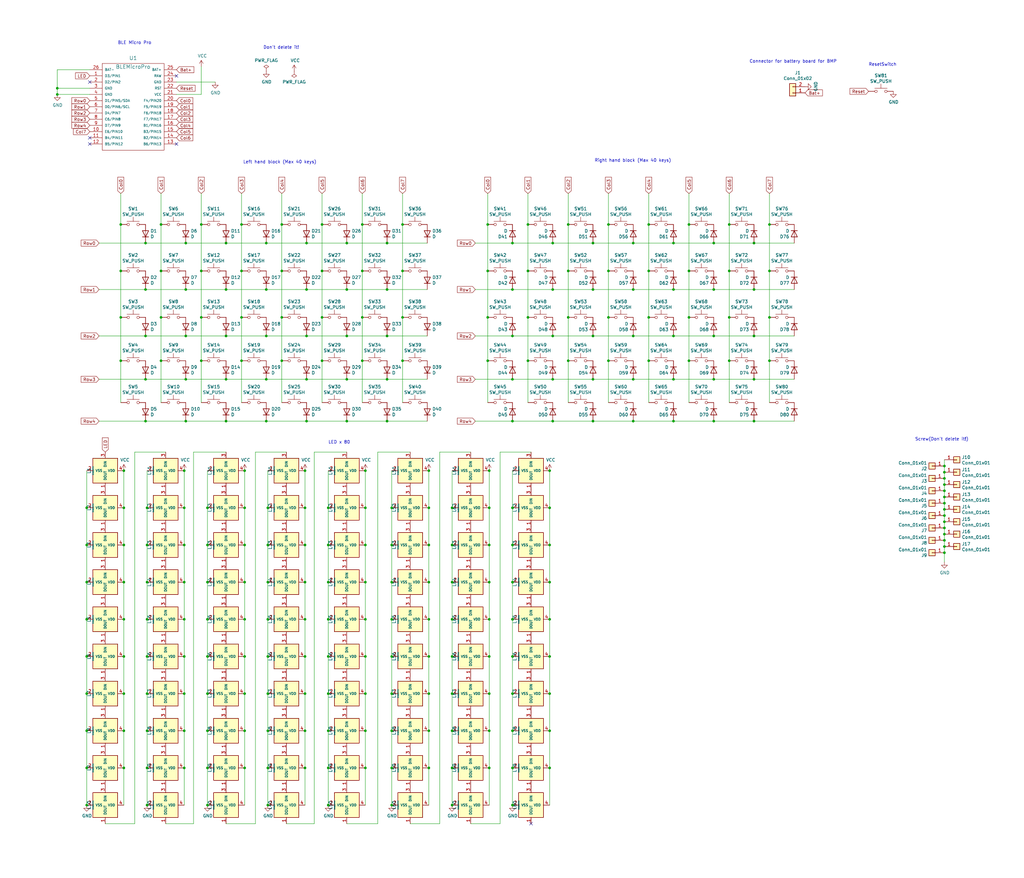
<source format=kicad_sch>
(kicad_sch (version 20211123) (generator eeschema)
  (paper "User" 419.989 360.045)
  (lib_symbols
    (symbol "Connector_Generic:Conn_01x01" (pin_names (offset 1.016) hide)
      (property "Reference" "J" (at 0 2.54 0))
      (property "Value" "Conn_01x01" (at 0 -2.54 0))
      (symbol "Conn_01x01_1_1"
        (pin passive line (at -5.08 0 0) (length 3.81) (name "Pin_1") (number "1"))
      )
    )
    (symbol "Connector_Generic:Conn_01x02" (pin_names (offset 1.016) hide)
      (property "Reference" "J" (at 0 2.54 0))
      (property "Value" "Conn_01x02" (at 0 -5.08 0))
      (symbol "Conn_01x02_1_1"
        (pin passive line (at -5.08 0 0) (length 3.81) (name "Pin_1") (number "1"))
        (pin passive line (at -5.08 -2.54 0) (length 3.81) (name "Pin_2") (number "2"))
      )
    )
    (symbol "Device:D" (pin_numbers hide) (pin_names (offset 1.016) hide)
      (property "Reference" "D" (at 0 2.54 0))
      (property "Value" "D" (at 0 -2.54 0))
      (symbol "D_1_1"
        (pin passive line (at -3.81 0 0) (length 2.54) (name "K") (number "1"))
        (pin passive line (at 3.81 0 180) (length 2.54) (name "A") (number "2"))
      )
    )
    (symbol "Salicylic_kbd:LED_SK6812MINI-E" (pin_names (offset 1.016))
      (property "Reference" "LED" (at 5.08 -10.16 0))
      (property "Value" "LED_SK6812MINI-E" (at 8.89 -8.89 0))
      (symbol "LED_SK6812MINI-E_1_1"
        (pin output line (at 7.62 0 180) (length 2.54) (name "DOUT") (number "1"))
        (pin power_in line (at 0 -7.62 90) (length 2.54) (name "VSS") (number "2"))
        (pin input line (at -7.62 0 0) (length 2.54) (name "DIN") (number "3"))
        (pin power_in line (at 0 7.62 270) (length 2.54) (name "VDD") (number "4"))
      )
    )
    (symbol "Salicylic_kbd:Micon_BLEMicroPro" (pin_names (offset 1.016))
      (property "Reference" "U" (at 0 26.67 0))
      (property "Value" "Micon_BLEMicroPro" (at 0 -13.97 0))
      (symbol "Micon_BLEMicroPro_1_1"
        (pin bidirectional line (at -17.78 19.05 0) (length 5.08) (name "D3/PIN1") (number "1"))
        (pin bidirectional line (at -17.78 -3.81 0) (length 5.08) (name "E6/PIN10") (number "10"))
        (pin bidirectional line (at -17.78 -6.35 0) (length 5.08) (name "B4/PIN11") (number "11"))
        (pin bidirectional line (at -17.78 -8.89 0) (length 5.08) (name "B5/PIN12") (number "12"))
        (pin bidirectional line (at 17.78 -8.89 180) (length 5.08) (name "B6/PIN13") (number "13"))
        (pin bidirectional line (at 17.78 -6.35 180) (length 5.08) (name "B2/PIN14") (number "14"))
        (pin bidirectional line (at 17.78 -3.81 180) (length 5.08) (name "B3/PIN15") (number "15"))
        (pin bidirectional line (at 17.78 -1.27 180) (length 5.08) (name "B1/PIN16") (number "16"))
        (pin bidirectional line (at 17.78 1.27 180) (length 5.08) (name "F7/PIN17") (number "17"))
        (pin bidirectional line (at 17.78 3.81 180) (length 5.08) (name "F6/PIN18") (number "18"))
        (pin bidirectional line (at 17.78 6.35 180) (length 5.08) (name "F5/PIN19") (number "19"))
        (pin bidirectional line (at -17.78 16.51 0) (length 5.08) (name "D2/PIN2") (number "2"))
        (pin bidirectional line (at 17.78 8.89 180) (length 5.08) (name "F4/PIN20") (number "20"))
        (pin power_in line (at 17.78 11.43 180) (length 5.08) (name "VCC") (number "21"))
        (pin input line (at 17.78 13.97 180) (length 5.08) (name "RST") (number "22"))
        (pin power_in line (at 17.78 16.51 180) (length 5.08) (name "GND") (number "23"))
        (pin power_out line (at 17.78 19.05 180) (length 5.08) (name "RAW") (number "24"))
        (pin input line (at 17.78 21.59 180) (length 5.08) (name "BAT+") (number "25"))
        (pin input line (at -17.78 21.59 0) (length 5.08) (name "BAT-") (number "26"))
        (pin power_in line (at -17.78 13.97 0) (length 5.08) (name "GND") (number "3"))
        (pin power_in line (at -17.78 11.43 0) (length 5.08) (name "GND") (number "4"))
        (pin bidirectional line (at -17.78 8.89 0) (length 5.08) (name "D1/PIN5/SDA") (number "5"))
        (pin bidirectional line (at -17.78 6.35 0) (length 5.08) (name "D0/PIN6/SCL") (number "6"))
        (pin bidirectional line (at -17.78 3.81 0) (length 5.08) (name "D4/PIN7") (number "7"))
        (pin bidirectional line (at -17.78 1.27 0) (length 5.08) (name "C6/PIN8") (number "8"))
        (pin bidirectional line (at -17.78 -1.27 0) (length 5.08) (name "D7/PIN9") (number "9"))
      )
    )
    (symbol "Switch:SW_Push" (pin_numbers hide) (pin_names (offset 1.016) hide)
      (property "Reference" "SW" (at 1.27 2.54 0))
      (property "Value" "SW_Push" (at 0 -1.524 0))
      (symbol "SW_Push_0_1"
        (pin passive line (at -5.08 0 0) (length 2.54) (name "1") (number "1"))
        (pin passive line (at 5.08 0 180) (length 2.54) (name "2") (number "2"))
      )
    )
    (symbol "power:GND" (power) (pin_names (offset 0))
      (property "Value" "GND" (at 0 -3.81 0))
      (symbol "GND_1_1"
        (pin power_in line (at 0 0 270) (length 0) hide (name "GND") (number "1"))
      )
    )
    (symbol "power:PWR_FLAG" (power) (pin_numbers hide) (pin_names (offset 0) hide)
      (property "Value" "PWR_FLAG" (at 0 3.81 0))
      (symbol "PWR_FLAG_0_0"
        (pin power_out line (at 0 0 90) (length 0) (name "pwr") (number "1"))
      )
    )
    (symbol "power:VCC" (power) (pin_names (offset 0))
      (property "Value" "VCC" (at 0 3.81 0))
      (symbol "VCC_1_1"
        (pin power_in line (at 0 0 90) (length 0) hide (name "VCC") (number "1"))
      )
    )
  )
  (junction (at 132.08 111.125))
  (junction (at 125.73 172.72))
  (junction (at 175.895 284.48))
  (junction (at 59.69 172.72))
  (junction (at 76.2 118.745))
  (junction (at 115.57 111.125))
  (junction (at 75.565 223.52))
  (junction (at 309.245 99.695))
  (junction (at 50.8 193.04))
  (junction (at 249.555 92.075))
  (junction (at 158.75 137.795))
  (junction (at 66.04 111.125))
  (junction (at 142.24 172.72))
  (junction (at 75.565 314.96))
  (junction (at 149.86 284.48))
  (junction (at 75.565 193.04))
  (junction (at 125.095 269.24))
  (junction (at 149.86 254))
  (junction (at 200.66 208.28))
  (junction (at 299.085 92.075))
  (junction (at 276.225 99.695))
  (junction (at 142.24 137.795))
  (junction (at 160.655 208.28))
  (junction (at 134.62 269.24))
  (junction (at 100.33 223.52))
  (junction (at 125.73 137.795))
  (junction (at 100.33 193.04))
  (junction (at 23.495 36.195))
  (junction (at 309.245 137.795))
  (junction (at 50.8 299.72))
  (junction (at 292.735 155.575))
  (junction (at 60.325 299.72))
  (junction (at 115.57 147.955))
  (junction (at 210.185 314.96))
  (junction (at 35.56 223.52))
  (junction (at 50.8 254))
  (junction (at 134.62 330.2))
  (junction (at 309.245 155.575))
  (junction (at 85.09 269.24))
  (junction (at 259.715 118.745))
  (junction (at 35.56 284.48))
  (junction (at 225.425 223.52))
  (junction (at 292.735 137.795))
  (junction (at 387.35 219.075))
  (junction (at 85.09 330.2))
  (junction (at 387.35 193.675))
  (junction (at 387.35 213.995))
  (junction (at 282.575 92.075))
  (junction (at 165.1 130.175))
  (junction (at 125.095 254))
  (junction (at 276.225 155.575))
  (junction (at 115.57 92.075))
  (junction (at 315.595 92.075))
  (junction (at 76.2 137.795))
  (junction (at 60.325 284.48))
  (junction (at 92.71 155.575))
  (junction (at 175.895 299.72))
  (junction (at 175.895 223.52))
  (junction (at 75.565 284.48))
  (junction (at 233.045 147.955))
  (junction (at 225.425 314.96))
  (junction (at 100.33 299.72))
  (junction (at 125.095 208.28))
  (junction (at 225.425 269.24))
  (junction (at 142.24 118.745))
  (junction (at 315.595 130.175))
  (junction (at 160.655 223.52))
  (junction (at 309.245 172.72))
  (junction (at 142.24 99.695))
  (junction (at 92.71 99.695))
  (junction (at 387.35 221.615))
  (junction (at 160.655 299.72))
  (junction (at 282.575 111.125))
  (junction (at 115.57 130.175))
  (junction (at 387.35 216.535))
  (junction (at 210.185 137.795))
  (junction (at 82.55 130.175))
  (junction (at 200.66 299.72))
  (junction (at 142.24 155.575))
  (junction (at 225.425 238.76))
  (junction (at 109.855 314.96))
  (junction (at 59.69 137.795))
  (junction (at 35.56 330.2))
  (junction (at 148.59 111.125))
  (junction (at 134.62 314.96))
  (junction (at 200.66 284.48))
  (junction (at 210.185 254))
  (junction (at 59.69 99.695))
  (junction (at 185.42 223.52))
  (junction (at 35.56 254))
  (junction (at 200.66 223.52))
  (junction (at 210.185 172.72))
  (junction (at 66.04 130.175))
  (junction (at 76.2 172.72))
  (junction (at 109.855 254))
  (junction (at 185.42 284.48))
  (junction (at 387.35 196.215))
  (junction (at 109.22 99.695))
  (junction (at 175.895 208.28))
  (junction (at 276.225 118.745))
  (junction (at 387.35 206.375))
  (junction (at 148.59 130.175))
  (junction (at 100.33 208.28))
  (junction (at 259.715 99.695))
  (junction (at 226.695 118.745))
  (junction (at 75.565 208.28))
  (junction (at 309.245 118.745))
  (junction (at 175.895 314.96))
  (junction (at 185.42 238.76))
  (junction (at 49.53 130.175))
  (junction (at 109.855 238.76))
  (junction (at 82.55 92.075))
  (junction (at 210.185 118.745))
  (junction (at 266.065 147.955))
  (junction (at 60.325 269.24))
  (junction (at 35.56 238.76))
  (junction (at 76.2 99.695))
  (junction (at 200.66 238.76))
  (junction (at 160.655 330.2))
  (junction (at 100.33 284.48))
  (junction (at 125.095 314.96))
  (junction (at 60.325 208.28))
  (junction (at 226.695 99.695))
  (junction (at 226.695 155.575))
  (junction (at 200.66 269.24))
  (junction (at 292.735 99.695))
  (junction (at 243.205 99.695))
  (junction (at 125.73 118.745))
  (junction (at 85.09 299.72))
  (junction (at 50.8 269.24))
  (junction (at 49.53 147.955))
  (junction (at 134.62 223.52))
  (junction (at 387.35 224.155))
  (junction (at 233.045 130.175))
  (junction (at 99.06 111.125))
  (junction (at 60.325 238.76))
  (junction (at 100.33 314.96))
  (junction (at 185.42 299.72))
  (junction (at 109.22 118.745))
  (junction (at 210.185 238.76))
  (junction (at 165.1 111.125))
  (junction (at 249.555 147.955))
  (junction (at 387.35 198.755))
  (junction (at 49.53 111.125))
  (junction (at 243.205 137.795))
  (junction (at 92.71 172.72))
  (junction (at 282.575 147.955))
  (junction (at 210.185 208.28))
  (junction (at 387.35 226.695))
  (junction (at 109.855 330.2))
  (junction (at 158.75 172.72))
  (junction (at 225.425 284.48))
  (junction (at 299.085 111.125))
  (junction (at 243.205 172.72))
  (junction (at 134.62 284.48))
  (junction (at 200.025 111.125))
  (junction (at 132.08 130.175))
  (junction (at 243.205 118.745))
  (junction (at 100.33 238.76))
  (junction (at 75.565 269.24))
  (junction (at 92.71 118.745))
  (junction (at 149.86 299.72))
  (junction (at 134.62 254))
  (junction (at 315.595 147.955))
  (junction (at 76.2 155.575))
  (junction (at 49.53 92.075))
  (junction (at 134.62 208.28))
  (junction (at 259.715 137.795))
  (junction (at 109.855 269.24))
  (junction (at 60.325 330.2))
  (junction (at 160.655 269.24))
  (junction (at 225.425 299.72))
  (junction (at 50.8 238.76))
  (junction (at 85.09 223.52))
  (junction (at 75.565 299.72))
  (junction (at 99.06 92.075))
  (junction (at 66.04 92.075))
  (junction (at 60.325 223.52))
  (junction (at 266.065 130.175))
  (junction (at 185.42 330.2))
  (junction (at 85.09 238.76))
  (junction (at 60.325 254))
  (junction (at 134.62 299.72))
  (junction (at 233.045 111.125))
  (junction (at 225.425 254))
  (junction (at 85.09 314.96))
  (junction (at 175.895 269.24))
  (junction (at 387.35 208.915))
  (junction (at 175.895 238.76))
  (junction (at 75.565 238.76))
  (junction (at 200.66 193.04))
  (junction (at 200.025 147.955))
  (junction (at 216.535 111.125))
  (junction (at 185.42 314.96))
  (junction (at 160.655 238.76))
  (junction (at 23.495 38.735))
  (junction (at 35.56 314.96))
  (junction (at 160.655 284.48))
  (junction (at 216.535 130.175))
  (junction (at 243.205 155.575))
  (junction (at 92.71 137.795))
  (junction (at 109.855 223.52))
  (junction (at 125.095 284.48))
  (junction (at 200.66 314.96))
  (junction (at 276.225 172.72))
  (junction (at 85.09 254))
  (junction (at 210.185 330.2))
  (junction (at 210.185 299.72))
  (junction (at 109.22 155.575))
  (junction (at 125.095 223.52))
  (junction (at 158.75 155.575))
  (junction (at 100.33 254))
  (junction (at 100.33 269.24))
  (junction (at 82.55 111.125))
  (junction (at 158.75 118.745))
  (junction (at 59.69 155.575))
  (junction (at 149.86 269.24))
  (junction (at 59.69 118.745))
  (junction (at 109.22 172.72))
  (junction (at 233.045 92.075))
  (junction (at 165.1 147.955))
  (junction (at 35.56 208.28))
  (junction (at 125.095 193.04))
  (junction (at 282.575 130.175))
  (junction (at 109.855 299.72))
  (junction (at 75.565 254))
  (junction (at 149.86 238.76))
  (junction (at 165.1 92.075))
  (junction (at 148.59 92.075))
  (junction (at 200.66 254))
  (junction (at 259.715 172.72))
  (junction (at 200.025 92.075))
  (junction (at 160.655 254))
  (junction (at 50.8 208.28))
  (junction (at 249.555 111.125))
  (junction (at 387.35 203.835))
  (junction (at 200.025 130.175))
  (junction (at 99.06 147.955))
  (junction (at 249.555 130.175))
  (junction (at 160.655 314.96))
  (junction (at 134.62 238.76))
  (junction (at 125.095 238.76))
  (junction (at 387.35 211.455))
  (junction (at 85.09 284.48))
  (junction (at 149.86 223.52))
  (junction (at 175.895 193.04))
  (junction (at 109.22 137.795))
  (junction (at 276.225 137.795))
  (junction (at 50.8 223.52))
  (junction (at 50.8 284.48))
  (junction (at 299.085 147.955))
  (junction (at 185.42 269.24))
  (junction (at 132.08 92.075))
  (junction (at 99.06 130.175))
  (junction (at 175.895 254))
  (junction (at 149.86 208.28))
  (junction (at 387.35 191.135))
  (junction (at 292.735 118.745))
  (junction (at 210.185 223.52))
  (junction (at 125.73 155.575))
  (junction (at 185.42 254))
  (junction (at 35.56 299.72))
  (junction (at 226.695 172.72))
  (junction (at 149.86 193.04))
  (junction (at 50.8 314.96))
  (junction (at 149.86 314.96))
  (junction (at 266.065 111.125))
  (junction (at 216.535 92.075))
  (junction (at 299.085 130.175))
  (junction (at 158.75 99.695))
  (junction (at 125.095 299.72))
  (junction (at 216.535 147.955))
  (junction (at 210.185 269.24))
  (junction (at 210.185 99.695))
  (junction (at 387.35 201.295))
  (junction (at 35.56 269.24))
  (junction (at 82.55 147.955))
  (junction (at 109.855 284.48))
  (junction (at 66.04 147.955))
  (junction (at 210.185 284.48))
  (junction (at 125.73 99.695))
  (junction (at 225.425 208.28))
  (junction (at 226.695 137.795))
  (junction (at 85.09 208.28))
  (junction (at 185.42 208.28))
  (junction (at 266.065 92.075))
  (junction (at 292.735 172.72))
  (junction (at 60.325 314.96))
  (junction (at 259.715 155.575))
  (junction (at 148.59 147.955))
  (junction (at 132.08 147.955))
  (junction (at 109.855 208.28))
  (junction (at 210.185 155.575))
  (junction (at 315.595 111.125))
  (junction (at 225.425 193.04))
  (no_connect (at 36.83 33.655))
  (no_connect (at 36.83 56.515))
  (no_connect (at 72.39 59.055))
  (no_connect (at 217.805 337.82))
  (no_connect (at 36.83 59.055))
  (no_connect (at 72.39 31.115))
  (wire (pts (xy 210.185 314.96) (xy 210.185 330.2)))
  (wire (pts (xy 125.095 254) (xy 125.095 269.24)))
  (wire (pts (xy 100.33 314.96) (xy 100.33 330.2)))
  (wire (pts (xy 149.86 223.52) (xy 149.86 238.76)))
  (wire (pts (xy 387.35 213.995) (xy 387.35 216.535)))
  (wire (pts (xy 175.895 254) (xy 175.895 269.24)))
  (wire (pts (xy 154.94 337.82) (xy 154.94 185.42)))
  (wire (pts (xy 148.59 147.955) (xy 148.59 165.1)))
  (wire (pts (xy 82.55 147.955) (xy 82.55 165.1)))
  (wire (pts (xy 266.065 111.125) (xy 266.065 130.175)))
  (wire (pts (xy 299.085 111.125) (xy 299.085 130.175)))
  (wire (pts (xy 387.35 191.135) (xy 387.35 193.675)))
  (wire (pts (xy 193.04 337.82) (xy 205.105 337.82)))
  (wire (pts (xy 76.2 172.72) (xy 92.71 172.72)))
  (wire (pts (xy 387.35 211.455) (xy 387.35 213.995)))
  (wire (pts (xy 115.57 111.125) (xy 115.57 130.175)))
  (wire (pts (xy 76.2 118.745) (xy 92.71 118.745)))
  (wire (pts (xy 35.56 223.52) (xy 35.56 238.76)))
  (wire (pts (xy 149.86 238.76) (xy 149.86 254)))
  (wire (pts (xy 125.095 299.72) (xy 125.095 314.96)))
  (wire (pts (xy 142.24 155.575) (xy 158.75 155.575)))
  (wire (pts (xy 109.855 208.28) (xy 109.855 223.52)))
  (wire (pts (xy 109.855 193.04) (xy 109.855 208.28)))
  (wire (pts (xy 125.095 314.96) (xy 125.095 330.2)))
  (wire (pts (xy 35.56 314.96) (xy 35.56 330.2)))
  (wire (pts (xy 109.855 299.72) (xy 109.855 314.96)))
  (wire (pts (xy 148.59 79.375) (xy 148.59 92.075)))
  (wire (pts (xy 309.245 118.745) (xy 325.755 118.745)))
  (wire (pts (xy 175.895 223.52) (xy 175.895 238.76)))
  (wire (pts (xy 200.66 254) (xy 200.66 269.24)))
  (wire (pts (xy 216.535 147.955) (xy 216.535 165.1)))
  (wire (pts (xy 100.33 299.72) (xy 100.33 314.96)))
  (wire (pts (xy 66.04 147.955) (xy 66.04 165.1)))
  (wire (pts (xy 165.1 147.955) (xy 165.1 165.1)))
  (wire (pts (xy 59.69 172.72) (xy 40.64 172.72)))
  (wire (pts (xy 243.205 137.795) (xy 259.715 137.795)))
  (wire (pts (xy 276.225 118.745) (xy 292.735 118.745)))
  (wire (pts (xy 225.425 238.76) (xy 225.425 254)))
  (wire (pts (xy 225.425 193.04) (xy 225.425 208.28)))
  (wire (pts (xy 249.555 130.175) (xy 249.555 147.955)))
  (wire (pts (xy 72.39 38.735) (xy 82.55 38.735)))
  (wire (pts (xy 85.09 269.24) (xy 85.09 284.48)))
  (wire (pts (xy 200.66 193.04) (xy 200.66 208.28)))
  (wire (pts (xy 100.33 284.48) (xy 100.33 299.72)))
  (wire (pts (xy 109.855 269.24) (xy 109.855 284.48)))
  (wire (pts (xy 210.185 193.04) (xy 210.185 208.28)))
  (wire (pts (xy 75.565 254) (xy 75.565 269.24)))
  (wire (pts (xy 194.945 172.72) (xy 210.185 172.72)))
  (wire (pts (xy 132.08 92.075) (xy 132.08 111.125)))
  (wire (pts (xy 60.325 314.96) (xy 60.325 330.2)))
  (wire (pts (xy 225.425 314.96) (xy 225.425 330.2)))
  (wire (pts (xy 104.775 185.42) (xy 117.475 185.42)))
  (wire (pts (xy 175.26 118.745) (xy 158.75 118.745)))
  (wire (pts (xy 35.56 254) (xy 35.56 269.24)))
  (wire (pts (xy 200.025 130.175) (xy 200.025 147.955)))
  (wire (pts (xy 125.095 284.48) (xy 125.095 299.72)))
  (wire (pts (xy 387.35 196.215) (xy 387.35 198.755)))
  (wire (pts (xy 109.855 238.76) (xy 109.855 254)))
  (wire (pts (xy 249.555 111.125) (xy 249.555 130.175)))
  (wire (pts (xy 225.425 269.24) (xy 225.425 284.48)))
  (wire (pts (xy 387.35 201.295) (xy 387.35 203.835)))
  (wire (pts (xy 175.895 284.48) (xy 175.895 299.72)))
  (wire (pts (xy 225.425 299.72) (xy 225.425 314.96)))
  (wire (pts (xy 132.08 130.175) (xy 132.08 147.955)))
  (wire (pts (xy 249.555 79.375) (xy 249.555 92.075)))
  (wire (pts (xy 75.565 299.72) (xy 75.565 314.96)))
  (wire (pts (xy 185.42 284.48) (xy 185.42 299.72)))
  (wire (pts (xy 259.715 172.72) (xy 276.225 172.72)))
  (wire (pts (xy 225.425 223.52) (xy 225.425 238.76)))
  (wire (pts (xy 309.245 99.695) (xy 325.755 99.695)))
  (wire (pts (xy 299.085 79.375) (xy 299.085 92.075)))
  (wire (pts (xy 75.565 223.52) (xy 75.565 238.76)))
  (wire (pts (xy 226.695 118.745) (xy 243.205 118.745)))
  (wire (pts (xy 128.905 185.42) (xy 142.24 185.42)))
  (wire (pts (xy 125.73 99.695) (xy 142.24 99.695)))
  (wire (pts (xy 175.26 155.575) (xy 158.75 155.575)))
  (wire (pts (xy 200.66 299.72) (xy 200.66 314.96)))
  (wire (pts (xy 55.245 185.42) (xy 67.945 185.42)))
  (wire (pts (xy 210.185 155.575) (xy 226.695 155.575)))
  (wire (pts (xy 60.325 284.48) (xy 60.325 299.72)))
  (wire (pts (xy 210.185 208.28) (xy 210.185 223.52)))
  (wire (pts (xy 315.595 111.125) (xy 315.595 130.175)))
  (wire (pts (xy 59.69 137.795) (xy 40.64 137.795)))
  (wire (pts (xy 92.71 137.795) (xy 109.22 137.795)))
  (wire (pts (xy 92.71 155.575) (xy 109.22 155.575)))
  (wire (pts (xy 79.375 337.82) (xy 79.375 185.42)))
  (wire (pts (xy 185.42 238.76) (xy 185.42 254)))
  (wire (pts (xy 59.69 118.745) (xy 76.2 118.745)))
  (wire (pts (xy 49.53 111.125) (xy 49.53 130.175)))
  (wire (pts (xy 387.35 206.375) (xy 387.35 208.915)))
  (wire (pts (xy 142.24 118.745) (xy 158.75 118.745)))
  (wire (pts (xy 99.06 79.375) (xy 99.06 92.075)))
  (wire (pts (xy 115.57 92.075) (xy 115.57 111.125)))
  (wire (pts (xy 233.045 130.175) (xy 233.045 147.955)))
  (wire (pts (xy 142.24 99.695) (xy 158.75 99.695)))
  (wire (pts (xy 49.53 147.955) (xy 49.53 165.1)))
  (wire (pts (xy 276.225 99.695) (xy 292.735 99.695)))
  (wire (pts (xy 387.35 203.835) (xy 387.35 206.375)))
  (wire (pts (xy 185.42 223.52) (xy 185.42 238.76)))
  (wire (pts (xy 23.495 36.195) (xy 23.495 38.735)))
  (wire (pts (xy 149.86 284.48) (xy 149.86 299.72)))
  (wire (pts (xy 60.325 238.76) (xy 60.325 254)))
  (wire (pts (xy 315.595 92.075) (xy 315.595 111.125)))
  (wire (pts (xy 92.71 118.745) (xy 109.22 118.745)))
  (wire (pts (xy 35.56 208.28) (xy 35.56 223.52)))
  (wire (pts (xy 160.655 299.72) (xy 160.655 314.96)))
  (wire (pts (xy 75.565 238.76) (xy 75.565 254)))
  (wire (pts (xy 259.715 137.795) (xy 276.225 137.795)))
  (wire (pts (xy 35.56 269.24) (xy 35.56 284.48)))
  (wire (pts (xy 160.655 238.76) (xy 160.655 254)))
  (wire (pts (xy 315.595 79.375) (xy 315.595 92.075)))
  (wire (pts (xy 309.245 172.72) (xy 325.755 172.72)))
  (wire (pts (xy 35.56 193.04) (xy 35.56 208.28)))
  (wire (pts (xy 109.22 99.695) (xy 125.73 99.695)))
  (wire (pts (xy 50.8 254) (xy 50.8 269.24)))
  (wire (pts (xy 160.655 223.52) (xy 160.655 238.76)))
  (wire (pts (xy 292.735 172.72) (xy 309.245 172.72)))
  (wire (pts (xy 60.325 254) (xy 60.325 269.24)))
  (wire (pts (xy 200.66 284.48) (xy 200.66 299.72)))
  (wire (pts (xy 387.35 208.915) (xy 387.35 211.455)))
  (wire (pts (xy 180.34 185.42) (xy 193.04 185.42)))
  (wire (pts (xy 76.2 155.575) (xy 92.71 155.575)))
  (wire (pts (xy 149.86 208.28) (xy 149.86 223.52)))
  (wire (pts (xy 216.535 92.075) (xy 216.535 111.125)))
  (wire (pts (xy 299.085 147.955) (xy 299.085 165.1)))
  (wire (pts (xy 160.655 254) (xy 160.655 269.24)))
  (wire (pts (xy 132.08 111.125) (xy 132.08 130.175)))
  (wire (pts (xy 50.8 314.96) (xy 50.8 330.2)))
  (wire (pts (xy 109.855 223.52) (xy 109.855 238.76)))
  (wire (pts (xy 200.025 79.375) (xy 200.025 92.075)))
  (wire (pts (xy 59.69 99.695) (xy 40.64 99.695)))
  (wire (pts (xy 75.565 208.28) (xy 75.565 223.52)))
  (wire (pts (xy 60.325 269.24) (xy 60.325 284.48)))
  (wire (pts (xy 185.42 254) (xy 185.42 269.24)))
  (wire (pts (xy 115.57 130.175) (xy 115.57 147.955)))
  (wire (pts (xy 134.62 223.52) (xy 134.62 238.76)))
  (wire (pts (xy 387.35 224.155) (xy 387.35 226.695)))
  (wire (pts (xy 134.62 299.72) (xy 134.62 314.96)))
  (wire (pts (xy 66.04 111.125) (xy 66.04 130.175)))
  (wire (pts (xy 92.71 172.72) (xy 109.22 172.72)))
  (wire (pts (xy 99.06 147.955) (xy 99.06 165.1)))
  (wire (pts (xy 109.855 314.96) (xy 109.855 330.2)))
  (wire (pts (xy 200.66 238.76) (xy 200.66 254)))
  (wire (pts (xy 85.09 223.52) (xy 85.09 238.76)))
  (wire (pts (xy 175.26 137.795) (xy 158.75 137.795)))
  (wire (pts (xy 115.57 79.375) (xy 115.57 92.075)))
  (wire (pts (xy 210.185 299.72) (xy 210.185 314.96)))
  (wire (pts (xy 149.86 193.04) (xy 149.86 208.28)))
  (wire (pts (xy 200.025 92.075) (xy 200.025 111.125)))
  (wire (pts (xy 109.22 118.745) (xy 125.73 118.745)))
  (wire (pts (xy 175.895 269.24) (xy 175.895 284.48)))
  (wire (pts (xy 59.69 118.745) (xy 40.64 118.745)))
  (wire (pts (xy 142.24 337.82) (xy 154.94 337.82)))
  (wire (pts (xy 66.04 92.075) (xy 66.04 111.125)))
  (wire (pts (xy 259.715 118.745) (xy 276.225 118.745)))
  (wire (pts (xy 92.71 99.695) (xy 109.22 99.695)))
  (wire (pts (xy 225.425 284.48) (xy 225.425 299.72)))
  (wire (pts (xy 50.8 208.28) (xy 50.8 223.52)))
  (wire (pts (xy 109.22 137.795) (xy 125.73 137.795)))
  (wire (pts (xy 185.42 193.04) (xy 185.42 208.28)))
  (wire (pts (xy 315.595 130.175) (xy 315.595 147.955)))
  (wire (pts (xy 82.55 130.175) (xy 82.55 147.955)))
  (wire (pts (xy 49.53 79.375) (xy 49.53 92.075)))
  (wire (pts (xy 82.55 92.075) (xy 82.55 111.125)))
  (wire (pts (xy 76.2 137.795) (xy 92.71 137.795)))
  (wire (pts (xy 160.655 193.04) (xy 160.655 208.28)))
  (wire (pts (xy 292.735 155.575) (xy 309.245 155.575)))
  (wire (pts (xy 35.56 299.72) (xy 35.56 314.96)))
  (wire (pts (xy 282.575 111.125) (xy 282.575 130.175)))
  (wire (pts (xy 132.08 147.955) (xy 132.08 165.1)))
  (wire (pts (xy 259.715 155.575) (xy 276.225 155.575)))
  (wire (pts (xy 387.35 193.675) (xy 387.35 196.215)))
  (wire (pts (xy 210.185 254) (xy 210.185 269.24)))
  (wire (pts (xy 185.42 208.28) (xy 185.42 223.52)))
  (wire (pts (xy 149.86 299.72) (xy 149.86 314.96)))
  (wire (pts (xy 276.225 137.795) (xy 292.735 137.795)))
  (wire (pts (xy 299.085 92.075) (xy 299.085 111.125)))
  (wire (pts (xy 225.425 208.28) (xy 225.425 223.52)))
  (wire (pts (xy 100.33 254) (xy 100.33 269.24)))
  (wire (pts (xy 292.735 137.795) (xy 309.245 137.795)))
  (wire (pts (xy 142.24 172.72) (xy 158.75 172.72)))
  (wire (pts (xy 100.33 238.76) (xy 100.33 254)))
  (wire (pts (xy 315.595 147.955) (xy 315.595 165.1)))
  (wire (pts (xy 149.86 269.24) (xy 149.86 284.48)))
  (wire (pts (xy 210.185 172.72) (xy 226.695 172.72)))
  (wire (pts (xy 134.62 193.04) (xy 134.62 208.28)))
  (wire (pts (xy 216.535 130.175) (xy 216.535 147.955)))
  (wire (pts (xy 36.83 28.575) (xy 23.495 28.575)))
  (wire (pts (xy 142.24 137.795) (xy 158.75 137.795)))
  (wire (pts (xy 115.57 147.955) (xy 115.57 165.1)))
  (wire (pts (xy 82.55 38.735) (xy 82.55 27.305)))
  (wire (pts (xy 226.695 99.695) (xy 243.205 99.695)))
  (wire (pts (xy 104.775 337.82) (xy 104.775 185.42)))
  (wire (pts (xy 165.1 130.175) (xy 165.1 147.955)))
  (wire (pts (xy 200.66 208.28) (xy 200.66 223.52)))
  (wire (pts (xy 109.855 284.48) (xy 109.855 299.72)))
  (wire (pts (xy 59.69 155.575) (xy 76.2 155.575)))
  (wire (pts (xy 50.8 269.24) (xy 50.8 284.48)))
  (wire (pts (xy 35.56 284.48) (xy 35.56 299.72)))
  (wire (pts (xy 117.475 337.82) (xy 128.905 337.82)))
  (wire (pts (xy 266.065 79.375) (xy 266.065 92.075)))
  (wire (pts (xy 175.26 172.72) (xy 158.75 172.72)))
  (wire (pts (xy 387.35 219.075) (xy 387.35 221.615)))
  (wire (pts (xy 194.945 118.745) (xy 210.185 118.745)))
  (wire (pts (xy 36.83 36.195) (xy 23.495 36.195)))
  (wire (pts (xy 49.53 92.075) (xy 49.53 111.125)))
  (wire (pts (xy 205.105 337.82) (xy 205.105 185.42)))
  (wire (pts (xy 160.655 269.24) (xy 160.655 284.48)))
  (wire (pts (xy 109.855 254) (xy 109.855 269.24)))
  (wire (pts (xy 125.73 172.72) (xy 142.24 172.72)))
  (wire (pts (xy 309.245 137.795) (xy 325.755 137.795)))
  (wire (pts (xy 125.73 118.745) (xy 142.24 118.745)))
  (wire (pts (xy 50.8 223.52) (xy 50.8 238.76)))
  (wire (pts (xy 282.575 130.175) (xy 282.575 147.955)))
  (wire (pts (xy 75.565 284.48) (xy 75.565 299.72)))
  (wire (pts (xy 233.045 92.075) (xy 233.045 111.125)))
  (wire (pts (xy 200.025 147.955) (xy 200.025 165.1)))
  (wire (pts (xy 85.09 193.04) (xy 85.09 208.28)))
  (wire (pts (xy 282.575 79.375) (xy 282.575 92.075)))
  (wire (pts (xy 99.06 130.175) (xy 99.06 147.955)))
  (wire (pts (xy 50.8 193.04) (xy 50.8 208.28)))
  (wire (pts (xy 210.185 238.76) (xy 210.185 254)))
  (wire (pts (xy 387.35 216.535) (xy 387.35 219.075)))
  (wire (pts (xy 66.04 79.375) (xy 66.04 92.075)))
  (wire (pts (xy 175.895 208.28) (xy 175.895 223.52)))
  (wire (pts (xy 60.325 223.52) (xy 60.325 238.76)))
  (wire (pts (xy 200.66 314.96) (xy 200.66 330.2)))
  (wire (pts (xy 60.325 299.72) (xy 60.325 314.96)))
  (wire (pts (xy 125.73 137.795) (xy 142.24 137.795)))
  (wire (pts (xy 134.62 254) (xy 134.62 269.24)))
  (wire (pts (xy 233.045 79.375) (xy 233.045 92.075)))
  (wire (pts (xy 205.105 185.42) (xy 217.805 185.42)))
  (wire (pts (xy 59.69 137.795) (xy 76.2 137.795)))
  (wire (pts (xy 67.945 337.82) (xy 79.375 337.82)))
  (wire (pts (xy 125.095 208.28) (xy 125.095 223.52)))
  (wire (pts (xy 100.33 223.52) (xy 100.33 238.76)))
  (wire (pts (xy 88.265 33.655) (xy 72.39 33.655)))
  (wire (pts (xy 387.35 198.755) (xy 387.35 201.295)))
  (wire (pts (xy 266.065 92.075) (xy 266.065 111.125)))
  (wire (pts (xy 85.09 208.28) (xy 85.09 223.52)))
  (wire (pts (xy 66.04 130.175) (xy 66.04 147.955)))
  (wire (pts (xy 82.55 111.125) (xy 82.55 130.175)))
  (wire (pts (xy 185.42 314.96) (xy 185.42 330.2)))
  (wire (pts (xy 210.185 223.52) (xy 210.185 238.76)))
  (wire (pts (xy 194.945 99.695) (xy 210.185 99.695)))
  (wire (pts (xy 85.09 314.96) (xy 85.09 330.2)))
  (wire (pts (xy 387.35 188.595) (xy 387.35 191.135)))
  (wire (pts (xy 216.535 111.125) (xy 216.535 130.175)))
  (wire (pts (xy 100.33 269.24) (xy 100.33 284.48)))
  (wire (pts (xy 134.62 269.24) (xy 134.62 284.48)))
  (wire (pts (xy 226.695 137.795) (xy 243.205 137.795)))
  (wire (pts (xy 185.42 299.72) (xy 185.42 314.96)))
  (wire (pts (xy 82.55 79.375) (xy 82.55 92.075)))
  (wire (pts (xy 210.185 269.24) (xy 210.185 284.48)))
  (wire (pts (xy 175.895 314.96) (xy 175.895 330.2)))
  (wire (pts (xy 76.2 99.695) (xy 92.71 99.695)))
  (wire (pts (xy 165.1 92.075) (xy 165.1 111.125)))
  (wire (pts (xy 282.575 147.955) (xy 282.575 165.1)))
  (wire (pts (xy 299.085 130.175) (xy 299.085 147.955)))
  (wire (pts (xy 194.945 155.575) (xy 210.185 155.575)))
  (wire (pts (xy 266.065 147.955) (xy 266.065 165.1)))
  (wire (pts (xy 154.94 185.42) (xy 168.275 185.42)))
  (wire (pts (xy 125.095 223.52) (xy 125.095 238.76)))
  (wire (pts (xy 249.555 92.075) (xy 249.555 111.125)))
  (wire (pts (xy 109.22 155.575) (xy 125.73 155.575)))
  (wire (pts (xy 175.895 238.76) (xy 175.895 254)))
  (wire (pts (xy 168.275 337.82) (xy 180.34 337.82)))
  (wire (pts (xy 23.495 28.575) (xy 23.495 36.195)))
  (wire (pts (xy 165.1 79.375) (xy 165.1 92.075)))
  (wire (pts (xy 259.715 99.695) (xy 276.225 99.695)))
  (wire (pts (xy 99.06 92.075) (xy 99.06 111.125)))
  (wire (pts (xy 226.695 172.72) (xy 243.205 172.72)))
  (wire (pts (xy 243.205 155.575) (xy 259.715 155.575)))
  (wire (pts (xy 276.225 172.72) (xy 292.735 172.72)))
  (wire (pts (xy 50.8 299.72) (xy 50.8 314.96)))
  (wire (pts (xy 292.735 118.745) (xy 309.245 118.745)))
  (wire (pts (xy 243.205 172.72) (xy 259.715 172.72)))
  (wire (pts (xy 160.655 284.48) (xy 160.655 299.72)))
  (wire (pts (xy 160.655 314.96) (xy 160.655 330.2)))
  (wire (pts (xy 387.35 226.695) (xy 387.35 230.505)))
  (wire (pts (xy 75.565 193.04) (xy 75.565 208.28)))
  (wire (pts (xy 125.095 193.04) (xy 125.095 208.28)))
  (wire (pts (xy 100.33 208.28) (xy 100.33 223.52)))
  (wire (pts (xy 35.56 238.76) (xy 35.56 254)))
  (wire (pts (xy 175.895 193.04) (xy 175.895 208.28)))
  (wire (pts (xy 149.86 314.96) (xy 149.86 330.2)))
  (wire (pts (xy 282.575 92.075) (xy 282.575 111.125)))
  (wire (pts (xy 200.66 269.24) (xy 200.66 284.48)))
  (wire (pts (xy 276.225 155.575) (xy 292.735 155.575)))
  (wire (pts (xy 225.425 254) (xy 225.425 269.24)))
  (wire (pts (xy 210.185 284.48) (xy 210.185 299.72)))
  (wire (pts (xy 266.065 130.175) (xy 266.065 147.955)))
  (wire (pts (xy 210.185 99.695) (xy 226.695 99.695)))
  (wire (pts (xy 109.22 172.72) (xy 125.73 172.72)))
  (wire (pts (xy 132.08 79.375) (xy 132.08 92.075)))
  (wire (pts (xy 387.35 221.615) (xy 387.35 224.155)))
  (wire (pts (xy 50.8 284.48) (xy 50.8 299.72)))
  (wire (pts (xy 43.18 337.82) (xy 55.245 337.82)))
  (wire (pts (xy 165.1 111.125) (xy 165.1 130.175)))
  (wire (pts (xy 134.62 208.28) (xy 134.62 223.52)))
  (wire (pts (xy 60.325 193.04) (xy 60.325 208.28)))
  (wire (pts (xy 233.045 147.955) (xy 233.045 165.1)))
  (wire (pts (xy 148.59 111.125) (xy 148.59 130.175)))
  (wire (pts (xy 148.59 130.175) (xy 148.59 147.955)))
  (wire (pts (xy 55.245 337.82) (xy 55.245 185.42)))
  (wire (pts (xy 50.8 238.76) (xy 50.8 254)))
  (wire (pts (xy 49.53 130.175) (xy 49.53 147.955)))
  (wire (pts (xy 226.695 155.575) (xy 243.205 155.575)))
  (wire (pts (xy 200.66 223.52) (xy 200.66 238.76)))
  (wire (pts (xy 200.025 111.125) (xy 200.025 130.175)))
  (wire (pts (xy 125.095 238.76) (xy 125.095 254)))
  (wire (pts (xy 216.535 79.375) (xy 216.535 92.075)))
  (wire (pts (xy 79.375 185.42) (xy 92.71 185.42)))
  (wire (pts (xy 59.69 172.72) (xy 76.2 172.72)))
  (wire (pts (xy 85.09 299.72) (xy 85.09 314.96)))
  (wire (pts (xy 75.565 269.24) (xy 75.565 284.48)))
  (wire (pts (xy 249.555 147.955) (xy 249.555 165.1)))
  (wire (pts (xy 160.655 208.28) (xy 160.655 223.52)))
  (wire (pts (xy 309.245 155.575) (xy 325.755 155.575)))
  (wire (pts (xy 75.565 314.96) (xy 75.565 330.2)))
  (wire (pts (xy 128.905 337.82) (xy 128.905 185.42)))
  (wire (pts (xy 125.095 269.24) (xy 125.095 284.48)))
  (wire (pts (xy 134.62 238.76) (xy 134.62 254)))
  (wire (pts (xy 59.69 99.695) (xy 76.2 99.695)))
  (wire (pts (xy 134.62 314.96) (xy 134.62 330.2)))
  (wire (pts (xy 210.185 118.745) (xy 226.695 118.745)))
  (wire (pts (xy 175.26 99.695) (xy 158.75 99.695)))
  (wire (pts (xy 149.86 254) (xy 149.86 269.24)))
  (wire (pts (xy 210.185 137.795) (xy 226.695 137.795)))
  (wire (pts (xy 100.33 193.04) (xy 100.33 208.28)))
  (wire (pts (xy 125.73 155.575) (xy 142.24 155.575)))
  (wire (pts (xy 243.205 118.745) (xy 259.715 118.745)))
  (wire (pts (xy 85.09 238.76) (xy 85.09 254)))
  (wire (pts (xy 99.06 111.125) (xy 99.06 130.175)))
  (wire (pts (xy 194.945 137.795) (xy 210.185 137.795)))
  (wire (pts (xy 85.09 254) (xy 85.09 269.24)))
  (wire (pts (xy 175.895 299.72) (xy 175.895 314.96)))
  (wire (pts (xy 85.09 284.48) (xy 85.09 299.72)))
  (wire (pts (xy 60.325 208.28) (xy 60.325 223.52)))
  (wire (pts (xy 233.045 111.125) (xy 233.045 130.175)))
  (wire (pts (xy 59.69 155.575) (xy 40.64 155.575)))
  (wire (pts (xy 36.83 38.735) (xy 23.495 38.735)))
  (wire (pts (xy 148.59 92.075) (xy 148.59 111.125)))
  (wire (pts (xy 292.735 99.695) (xy 309.245 99.695)))
  (wire (pts (xy 134.62 284.48) (xy 134.62 299.72)))
  (wire (pts (xy 180.34 337.82) (xy 180.34 185.42)))
  (wire (pts (xy 243.205 99.695) (xy 259.715 99.695)))
  (wire (pts (xy 185.42 269.24) (xy 185.42 284.48)))
  (wire (pts (xy 92.71 337.82) (xy 104.775 337.82)))
  (text "LED x 80" (at 134.62 182.245 0) (effects (font (size 1.27 1.27)) (justify left bottom)))
  (text "Left hand block (Max 40 keys)" (at 99.695 67.31 0) (effects (font (size 1.27 1.27)) (justify left bottom)))
  (text "Connector for battery board for BMP" (at 307.34 26.035 0) (effects (font (size 1.27 1.27)) (justify left bottom)))
  (text "Screw(Don't delete it!)" (at 375.285 180.975 0) (effects (font (size 1.27 1.27)) (justify left bottom)))
  (text "ResetSwitch" (at 356.235 27.305 0) (effects (font (size 1.27 1.27)) (justify left bottom)))
  (text "Don't delete it!" (at 107.95 20.32 0) (effects (font (size 1.27 1.27)) (justify left bottom)))
  (text "Right hand block (Max 40 keys)" (at 243.84 66.675 0) (effects (font (size 1.27 1.27)) (justify left bottom)))
  (text "BLE Micro Pro" (at 48.26 18.415 0) (effects (font (size 1.27 1.27)) (justify left bottom)))
  (global_label "Row1" (shape input) (at 40.64 118.745 180) (property "Intersheet References" "${INTERSHEET_REFS}" (effects hide)))
  (global_label "Col3" (shape input) (at 249.555 79.375 90) (property "Intersheet References" "${INTERSHEET_REFS}" (effects hide)))
  (global_label "Col1" (shape input) (at 72.39 43.815 0) (property "Intersheet References" "${INTERSHEET_REFS}" (effects hide)))
  (global_label "Row0" (shape input) (at 40.64 99.695 180) (property "Intersheet References" "${INTERSHEET_REFS}" (effects hide)))
  (global_label "Col0" (shape input) (at 49.53 79.375 90) (property "Intersheet References" "${INTERSHEET_REFS}" (effects hide)))
  (global_label "Col7" (shape input) (at 165.1 79.375 90) (property "Intersheet References" "${INTERSHEET_REFS}" (effects hide)))
  (global_label "Row0" (shape input) (at 194.945 99.695 180) (property "Intersheet References" "${INTERSHEET_REFS}" (effects hide)))
  (global_label "Col2" (shape input) (at 72.39 46.355 0) (property "Intersheet References" "${INTERSHEET_REFS}" (effects hide)))
  (global_label "Row0" (shape input) (at 36.83 41.275 180) (property "Intersheet References" "${INTERSHEET_REFS}" (effects hide)))
  (global_label "Col0" (shape input) (at 72.39 41.275 0) (property "Intersheet References" "${INTERSHEET_REFS}" (effects hide)))
  (global_label "Row4" (shape input) (at 194.945 172.72 180) (property "Intersheet References" "${INTERSHEET_REFS}" (effects hide)))
  (global_label "Col6" (shape input) (at 299.085 79.375 90) (property "Intersheet References" "${INTERSHEET_REFS}" (effects hide)))
  (global_label "Col1" (shape input) (at 66.04 79.375 90) (property "Intersheet References" "${INTERSHEET_REFS}" (effects hide)))
  (global_label "Row4" (shape input) (at 40.64 172.72 180) (property "Intersheet References" "${INTERSHEET_REFS}" (effects hide)))
  (global_label "Col0" (shape input) (at 200.025 79.375 90) (property "Intersheet References" "${INTERSHEET_REFS}" (effects hide)))
  (global_label "Col2" (shape input) (at 82.55 79.375 90) (property "Intersheet References" "${INTERSHEET_REFS}" (effects hide)))
  (global_label "Reset" (shape input) (at 72.39 36.195 0) (property "Intersheet References" "${INTERSHEET_REFS}" (effects hide)))
  (global_label "Col5" (shape input) (at 282.575 79.375 90) (property "Intersheet References" "${INTERSHEET_REFS}" (effects hide)))
  (global_label "Bat+" (shape input) (at 330.2 38.1 0) (property "Intersheet References" "${INTERSHEET_REFS}" (effects hide)))
  (global_label "Row3" (shape input) (at 36.83 48.895 180) (property "Intersheet References" "${INTERSHEET_REFS}" (effects hide)))
  (global_label "Col4" (shape input) (at 72.39 51.435 0) (property "Intersheet References" "${INTERSHEET_REFS}" (effects hide)))
  (global_label "Reset" (shape input) (at 356.235 37.465 180) (property "Intersheet References" "${INTERSHEET_REFS}" (effects hide)))
  (global_label "Col3" (shape input) (at 99.06 79.375 90) (property "Intersheet References" "${INTERSHEET_REFS}" (effects hide)))
  (global_label "Col5" (shape input) (at 132.08 79.375 90) (property "Intersheet References" "${INTERSHEET_REFS}" (effects hide)))
  (global_label "Col4" (shape input) (at 266.065 79.375 90) (property "Intersheet References" "${INTERSHEET_REFS}" (effects hide)))
  (global_label "Row2" (shape input) (at 40.64 137.795 180) (property "Intersheet References" "${INTERSHEET_REFS}" (effects hide)))
  (global_label "Col7" (shape input) (at 315.595 79.375 90) (property "Intersheet References" "${INTERSHEET_REFS}" (effects hide)))
  (global_label "Col6" (shape input) (at 72.39 56.515 0) (property "Intersheet References" "${INTERSHEET_REFS}" (effects hide)))
  (global_label "Col4" (shape input) (at 115.57 79.375 90) (property "Intersheet References" "${INTERSHEET_REFS}" (effects hide)))
  (global_label "Row2" (shape input) (at 194.945 137.795 180) (property "Intersheet References" "${INTERSHEET_REFS}" (effects hide)))
  (global_label "Row4" (shape input) (at 36.83 51.435 180) (property "Intersheet References" "${INTERSHEET_REFS}" (effects hide)))
  (global_label "Row2" (shape input) (at 36.83 46.355 180) (property "Intersheet References" "${INTERSHEET_REFS}" (effects hide)))
  (global_label "LED" (shape input) (at 36.83 31.115 180) (property "Intersheet References" "${INTERSHEET_REFS}" (effects hide)))
  (global_label "Col7" (shape input) (at 36.83 53.975 180) (property "Intersheet References" "${INTERSHEET_REFS}" (effects hide)))
  (global_label "LED" (shape input) (at 43.18 185.42 90) (property "Intersheet References" "${INTERSHEET_REFS}" (effects hide)))
  (global_label "Row1" (shape input) (at 36.83 43.815 180) (property "Intersheet References" "${INTERSHEET_REFS}" (effects hide)))
  (global_label "Col3" (shape input) (at 72.39 48.895 0) (property "Intersheet References" "${INTERSHEET_REFS}" (effects hide)))
  (global_label "Col2" (shape input) (at 233.045 79.375 90) (property "Intersheet References" "${INTERSHEET_REFS}" (effects hide)))
  (global_label "Bat+" (shape input) (at 72.39 28.575 0) (property "Intersheet References" "${INTERSHEET_REFS}" (effects hide)))
  (global_label "Row3" (shape input) (at 40.64 155.575 180) (property "Intersheet References" "${INTERSHEET_REFS}" (effects hide)))
  (global_label "Col6" (shape input) (at 148.59 79.375 90) (property "Intersheet References" "${INTERSHEET_REFS}" (effects hide)))
  (global_label "Row1" (shape input) (at 194.945 118.745 180) (property "Intersheet References" "${INTERSHEET_REFS}" (effects hide)))
  (global_label "Col5" (shape input) (at 72.39 53.975 0) (property "Intersheet References" "${INTERSHEET_REFS}" (effects hide)))
  (global_label "Row3" (shape input) (at 194.945 155.575 180) (property "Intersheet References" "${INTERSHEET_REFS}" (effects hide)))
  (global_label "Col1" (shape input) (at 216.535 79.375 90) (property "Intersheet References" "${INTERSHEET_REFS}" (effects hide)))
  (symbol (lib_id "power:PWR_FLAG") (at 109.22 29.21 0) (unit 1)
    (property "Reference" "#FLG01" (effects hide))
    (property "Value" "PWR_FLAG" (at 109.22 24.7904 0))
  )
  (symbol (lib_id "power:PWR_FLAG") (at 120.65 29.21 180) (unit 1)
    (property "Reference" "#FLG02" (effects hide))
    (property "Value" "PWR_FLAG" (at 120.65 33.6042 0))
  )
  (symbol (lib_id "power:GND") (at 109.22 29.21 0) (unit 1)
    (property "Reference" "#PWR010" (effects hide))
    (property "Value" "GND" (at 109.347 33.6042 0))
  )
  (symbol (lib_id "power:VCC") (at 120.65 29.21 0) (unit 1)
    (property "Reference" "#PWR012" (effects hide))
    (property "Value" "VCC" (at 121.0818 24.8158 0))
  )
  (symbol (lib_id "Salicylic_kbd:Micon_BLEMicroPro") (at 54.61 50.165 0) (unit 1)
    (property "Reference" "U1" (at 54.61 23.8252 0) (effects (font (size 1.524 1.524))))
    (property "Value" "BLEMicroPro" (at 54.61 26.5176 0) (effects (font (size 1.524 1.524)) (justify top)))
    (property "Footprint" "kbd_Parts:Micon_BMP_GL" (effects hide))
  )
  (symbol (lib_id "power:GND") (at 88.265 33.655 0) (unit 1)
    (property "Reference" "#PWR08" (effects hide))
    (property "Value" "GND" (at 88.392 38.0492 0))
  )
  (symbol (lib_id "power:VCC") (at 82.55 27.305 0) (unit 1)
    (property "Reference" "#PWR06" (effects hide))
    (property "Value" "VCC" (at 82.9818 22.9108 0))
  )
  (symbol (lib_id "power:GND") (at 23.495 38.735 0) (unit 1)
    (property "Reference" "#PWR01" (effects hide))
    (property "Value" "GND" (at 23.622 43.1292 0))
  )
  (symbol (lib_id "Switch:SW_Push") (at 71.12 92.075 0) (unit 1)
    (property "Reference" "SW6" (at 71.12 85.598 0))
    (property "Value" "SW_PUSH" (at 71.12 87.9094 0))
    (property "Footprint" "kbd_SW:CherryMX_Hotswap_1u" (effects hide))
  )
  (symbol (lib_id "Switch:SW_Push") (at 54.61 92.075 0) (unit 1)
    (property "Reference" "SW1" (at 54.61 85.598 0))
    (property "Value" "SW_PUSH" (at 54.61 87.9094 0))
    (property "Footprint" "kbd_SW:CherryMX_Hotswap_1u" (effects hide))
  )
  (symbol (lib_id "Switch:SW_Push") (at 54.61 111.125 0) (unit 1)
    (property "Reference" "SW2" (at 54.61 104.648 0))
    (property "Value" "SW_PUSH" (at 54.61 106.9594 0))
    (property "Footprint" "kbd_SW:CherryMX_Hotswap_1u" (effects hide))
  )
  (symbol (lib_id "Switch:SW_Push") (at 71.12 111.125 0) (unit 1)
    (property "Reference" "SW7" (at 71.12 104.648 0))
    (property "Value" "SW_PUSH" (at 71.12 106.9594 0))
    (property "Footprint" "kbd_SW:CherryMX_Hotswap_1u" (effects hide))
  )
  (symbol (lib_id "Device:D") (at 59.69 95.885 90) (unit 1)
    (property "Reference" "D1" (at 61.6966 94.7166 90) (effects (justify right)))
    (property "Value" "D" (at 61.6966 97.028 90) (effects (justify right)))
    (property "Footprint" "kbd_Parts:Diode_TH_SMD" (effects hide))
  )
  (symbol (lib_id "Device:D") (at 76.2 95.885 90) (unit 1)
    (property "Reference" "D6" (at 78.2066 94.7166 90) (effects (justify right)))
    (property "Value" "D" (at 78.2066 97.028 90) (effects (justify right)))
    (property "Footprint" "kbd_Parts:Diode_TH_SMD" (effects hide))
  )
  (symbol (lib_id "Device:D") (at 76.2 114.935 90) (unit 1)
    (property "Reference" "D7" (at 78.2066 113.7666 90) (effects (justify right)))
    (property "Value" "D" (at 78.2066 116.078 90) (effects (justify right)))
    (property "Footprint" "kbd_Parts:Diode_TH_SMD" (effects hide))
  )
  (symbol (lib_id "Device:D") (at 59.69 114.935 90) (unit 1)
    (property "Reference" "D2" (at 61.6966 113.7666 90) (effects (justify right)))
    (property "Value" "D" (at 61.6966 116.078 90) (effects (justify right)))
    (property "Footprint" "kbd_Parts:Diode_TH_SMD" (effects hide))
  )
  (symbol (lib_id "Switch:SW_Push") (at 361.315 37.465 0) (unit 1)
    (property "Reference" "SW81" (at 361.315 30.988 0))
    (property "Value" "SW_PUSH" (at 361.315 33.2994 0))
    (property "Footprint" "kbd_Parts:ResetSW" (effects hide))
  )
  (symbol (lib_id "power:GND") (at 366.395 37.465 0) (unit 1)
    (property "Reference" "#PWR026" (effects hide))
    (property "Value" "GND" (at 366.522 41.8592 0))
  )
  (symbol (lib_id "Switch:SW_Push") (at 104.14 92.075 0) (unit 1)
    (property "Reference" "SW16" (at 104.14 85.598 0))
    (property "Value" "SW_PUSH" (at 104.14 87.9094 0))
    (property "Footprint" "kbd_SW:CherryMX_Hotswap_1u" (effects hide))
  )
  (symbol (lib_id "Switch:SW_Push") (at 120.65 92.075 0) (unit 1)
    (property "Reference" "SW21" (at 120.65 85.598 0))
    (property "Value" "SW_PUSH" (at 120.65 87.9094 0))
    (property "Footprint" "kbd_SW:CherryMX_Hotswap_1u" (effects hide))
  )
  (symbol (lib_id "Switch:SW_Push") (at 137.16 92.075 0) (unit 1)
    (property "Reference" "SW26" (at 137.16 85.598 0))
    (property "Value" "SW_PUSH" (at 137.16 87.9094 0))
    (property "Footprint" "kbd_SW:CherryMX_Hotswap_1u" (effects hide))
  )
  (symbol (lib_id "Switch:SW_Push") (at 87.63 92.075 0) (unit 1)
    (property "Reference" "SW11" (at 87.63 85.598 0))
    (property "Value" "SW_PUSH" (at 87.63 87.9094 0))
    (property "Footprint" "kbd_SW:CherryMX_Hotswap_1u" (effects hide))
  )
  (symbol (lib_id "Switch:SW_Push") (at 104.14 130.175 0) (unit 1)
    (property "Reference" "SW18" (at 104.14 123.698 0))
    (property "Value" "SW_PUSH" (at 104.14 126.0094 0))
    (property "Footprint" "kbd_SW:CherryMX_Hotswap_1u" (effects hide))
  )
  (symbol (lib_id "Switch:SW_Push") (at 104.14 111.125 0) (unit 1)
    (property "Reference" "SW17" (at 104.14 104.648 0))
    (property "Value" "SW_PUSH" (at 104.14 106.9594 0))
    (property "Footprint" "kbd_SW:CherryMX_Hotswap_1u" (effects hide))
  )
  (symbol (lib_id "Switch:SW_Push") (at 120.65 111.125 0) (unit 1)
    (property "Reference" "SW22" (at 120.65 104.648 0))
    (property "Value" "SW_PUSH" (at 120.65 106.9594 0))
    (property "Footprint" "kbd_SW:CherryMX_Hotswap_1u" (effects hide))
  )
  (symbol (lib_id "Switch:SW_Push") (at 137.16 111.125 0) (unit 1)
    (property "Reference" "SW27" (at 137.16 104.648 0))
    (property "Value" "SW_PUSH" (at 137.16 106.9594 0))
    (property "Footprint" "kbd_SW:CherryMX_Hotswap_1u" (effects hide))
  )
  (symbol (lib_id "Switch:SW_Push") (at 87.63 111.125 0) (unit 1)
    (property "Reference" "SW12" (at 87.63 104.648 0))
    (property "Value" "SW_PUSH" (at 87.63 106.9594 0))
    (property "Footprint" "kbd_SW:CherryMX_Hotswap_1u" (effects hide))
  )
  (symbol (lib_id "Switch:SW_Push") (at 54.61 130.175 0) (unit 1)
    (property "Reference" "SW3" (at 54.61 123.698 0))
    (property "Value" "SW_PUSH" (at 54.61 126.0094 0))
    (property "Footprint" "kbd_SW:CherryMX_Hotswap_1u" (effects hide))
  )
  (symbol (lib_id "Switch:SW_Push") (at 54.61 147.955 0) (unit 1)
    (property "Reference" "SW4" (at 54.61 141.478 0))
    (property "Value" "SW_PUSH" (at 54.61 143.7894 0))
    (property "Footprint" "kbd_SW:CherryMX_Hotswap_1u" (effects hide))
  )
  (symbol (lib_id "Switch:SW_Push") (at 71.12 130.175 0) (unit 1)
    (property "Reference" "SW8" (at 71.12 123.698 0))
    (property "Value" "SW_PUSH" (at 71.12 126.0094 0))
    (property "Footprint" "kbd_SW:CherryMX_Hotswap_1u" (effects hide))
  )
  (symbol (lib_id "Switch:SW_Push") (at 71.12 147.955 0) (unit 1)
    (property "Reference" "SW9" (at 71.12 141.478 0))
    (property "Value" "SW_PUSH" (at 71.12 143.7894 0))
    (property "Footprint" "kbd_SW:CherryMX_Hotswap_1u" (effects hide))
  )
  (symbol (lib_id "Switch:SW_Push") (at 87.63 130.175 0) (unit 1)
    (property "Reference" "SW13" (at 87.63 123.698 0))
    (property "Value" "SW_PUSH" (at 87.63 126.0094 0))
    (property "Footprint" "kbd_SW:CherryMX_Hotswap_1u" (effects hide))
  )
  (symbol (lib_id "Switch:SW_Push") (at 104.14 147.955 0) (unit 1)
    (property "Reference" "SW19" (at 104.14 141.478 0))
    (property "Value" "SW_PUSH" (at 104.14 143.7894 0))
    (property "Footprint" "kbd_SW:CherryMX_Hotswap_1u" (effects hide))
  )
  (symbol (lib_id "Switch:SW_Push") (at 120.65 147.955 0) (unit 1)
    (property "Reference" "SW24" (at 120.65 141.478 0))
    (property "Value" "SW_PUSH" (at 120.65 143.7894 0))
    (property "Footprint" "kbd_SW:CherryMX_Hotswap_1u" (effects hide))
  )
  (symbol (lib_id "Switch:SW_Push") (at 137.16 147.955 0) (unit 1)
    (property "Reference" "SW29" (at 137.16 141.478 0))
    (property "Value" "SW_PUSH" (at 137.16 143.7894 0))
    (property "Footprint" "kbd_SW:CherryMX_Hotswap_1u" (effects hide))
  )
  (symbol (lib_id "Switch:SW_Push") (at 120.65 130.175 0) (unit 1)
    (property "Reference" "SW23" (at 120.65 123.698 0))
    (property "Value" "SW_PUSH" (at 120.65 126.0094 0))
    (property "Footprint" "kbd_SW:CherryMX_Hotswap_1u" (effects hide))
  )
  (symbol (lib_id "Switch:SW_Push") (at 137.16 130.175 0) (unit 1)
    (property "Reference" "SW28" (at 137.16 123.698 0))
    (property "Value" "SW_PUSH" (at 137.16 126.0094 0))
    (property "Footprint" "kbd_SW:CherryMX_Hotswap_1u" (effects hide))
  )
  (symbol (lib_id "Device:D") (at 92.71 95.885 90) (unit 1)
    (property "Reference" "D11" (at 94.7166 94.7166 90) (effects (justify right)))
    (property "Value" "D" (at 94.7166 97.028 90) (effects (justify right)))
    (property "Footprint" "kbd_Parts:Diode_TH_SMD" (effects hide))
  )
  (symbol (lib_id "Device:D") (at 109.22 95.885 90) (unit 1)
    (property "Reference" "D16" (at 111.2266 94.7166 90) (effects (justify right)))
    (property "Value" "D" (at 111.2266 97.028 90) (effects (justify right)))
    (property "Footprint" "kbd_Parts:Diode_TH_SMD" (effects hide))
  )
  (symbol (lib_id "Device:D") (at 125.73 95.885 90) (unit 1)
    (property "Reference" "D21" (at 127.7366 94.7166 90) (effects (justify right)))
    (property "Value" "D" (at 127.7366 97.028 90) (effects (justify right)))
    (property "Footprint" "kbd_Parts:Diode_TH_SMD" (effects hide))
  )
  (symbol (lib_id "Device:D") (at 142.24 95.885 90) (unit 1)
    (property "Reference" "D26" (at 144.2466 94.7166 90) (effects (justify right)))
    (property "Value" "D" (at 144.2466 97.028 90) (effects (justify right)))
    (property "Footprint" "kbd_Parts:Diode_TH_SMD" (effects hide))
  )
  (symbol (lib_id "Device:D") (at 142.24 114.935 90) (unit 1)
    (property "Reference" "D27" (at 144.2466 113.7666 90) (effects (justify right)))
    (property "Value" "D" (at 144.2466 116.078 90) (effects (justify right)))
    (property "Footprint" "kbd_Parts:Diode_TH_SMD" (effects hide))
  )
  (symbol (lib_id "Device:D") (at 142.24 133.985 90) (unit 1)
    (property "Reference" "D28" (at 144.2466 132.8166 90) (effects (justify right)))
    (property "Value" "D" (at 144.2466 135.128 90) (effects (justify right)))
    (property "Footprint" "kbd_Parts:Diode_TH_SMD" (effects hide))
  )
  (symbol (lib_id "Device:D") (at 142.24 151.765 90) (unit 1)
    (property "Reference" "D29" (at 144.2466 150.5966 90) (effects (justify right)))
    (property "Value" "D" (at 144.2466 152.908 90) (effects (justify right)))
    (property "Footprint" "kbd_Parts:Diode_TH_SMD" (effects hide))
  )
  (symbol (lib_id "Device:D") (at 125.73 151.765 90) (unit 1)
    (property "Reference" "D24" (at 127.7366 150.5966 90) (effects (justify right)))
    (property "Value" "D" (at 127.7366 152.908 90) (effects (justify right)))
    (property "Footprint" "kbd_Parts:Diode_TH_SMD" (effects hide))
  )
  (symbol (lib_id "Device:D") (at 125.73 133.985 90) (unit 1)
    (property "Reference" "D23" (at 127.7366 132.8166 90) (effects (justify right)))
    (property "Value" "D" (at 127.7366 135.128 90) (effects (justify right)))
    (property "Footprint" "kbd_Parts:Diode_TH_SMD" (effects hide))
  )
  (symbol (lib_id "Device:D") (at 125.73 114.935 90) (unit 1)
    (property "Reference" "D22" (at 127.7366 113.7666 90) (effects (justify right)))
    (property "Value" "D" (at 127.7366 116.078 90) (effects (justify right)))
    (property "Footprint" "kbd_Parts:Diode_TH_SMD" (effects hide))
  )
  (symbol (lib_id "Device:D") (at 109.22 114.935 90) (unit 1)
    (property "Reference" "D17" (at 111.2266 113.7666 90) (effects (justify right)))
    (property "Value" "D" (at 111.2266 116.078 90) (effects (justify right)))
    (property "Footprint" "kbd_Parts:Diode_TH_SMD" (effects hide))
  )
  (symbol (lib_id "Device:D") (at 92.71 114.935 90) (unit 1)
    (property "Reference" "D12" (at 94.7166 113.7666 90) (effects (justify right)))
    (property "Value" "D" (at 94.7166 116.078 90) (effects (justify right)))
    (property "Footprint" "kbd_Parts:Diode_TH_SMD" (effects hide))
  )
  (symbol (lib_id "Device:D") (at 92.71 133.985 90) (unit 1)
    (property "Reference" "D13" (at 94.7166 132.8166 90) (effects (justify right)))
    (property "Value" "D" (at 94.7166 135.128 90) (effects (justify right)))
    (property "Footprint" "kbd_Parts:Diode_TH_SMD" (effects hide))
  )
  (symbol (lib_id "Device:D") (at 109.22 133.985 90) (unit 1)
    (property "Reference" "D18" (at 111.2266 132.8166 90) (effects (justify right)))
    (property "Value" "D" (at 111.2266 135.128 90) (effects (justify right)))
    (property "Footprint" "kbd_Parts:Diode_TH_SMD" (effects hide))
  )
  (symbol (lib_id "Device:D") (at 109.22 151.765 90) (unit 1)
    (property "Reference" "D19" (at 111.2266 150.5966 90) (effects (justify right)))
    (property "Value" "D" (at 111.2266 152.908 90) (effects (justify right)))
    (property "Footprint" "kbd_Parts:Diode_TH_SMD" (effects hide))
  )
  (symbol (lib_id "Device:D") (at 76.2 151.765 90) (unit 1)
    (property "Reference" "D9" (at 78.2066 150.5966 90) (effects (justify right)))
    (property "Value" "D" (at 78.2066 152.908 90) (effects (justify right)))
    (property "Footprint" "kbd_Parts:Diode_TH_SMD" (effects hide))
  )
  (symbol (lib_id "Device:D") (at 76.2 133.985 90) (unit 1)
    (property "Reference" "D8" (at 78.2066 132.8166 90) (effects (justify right)))
    (property "Value" "D" (at 78.2066 135.128 90) (effects (justify right)))
    (property "Footprint" "kbd_Parts:Diode_TH_SMD" (effects hide))
  )
  (symbol (lib_id "Device:D") (at 59.69 133.985 90) (unit 1)
    (property "Reference" "D3" (at 61.6966 132.8166 90) (effects (justify right)))
    (property "Value" "D" (at 61.6966 135.128 90) (effects (justify right)))
    (property "Footprint" "kbd_Parts:Diode_TH_SMD" (effects hide))
  )
  (symbol (lib_id "Device:D") (at 59.69 151.765 90) (unit 1)
    (property "Reference" "D4" (at 61.6966 150.5966 90) (effects (justify right)))
    (property "Value" "D" (at 61.6966 152.908 90) (effects (justify right)))
    (property "Footprint" "kbd_Parts:Diode_TH_SMD" (effects hide))
  )
  (symbol (lib_id "Switch:SW_Push") (at 54.61 165.1 0) (unit 1)
    (property "Reference" "SW5" (at 54.61 158.623 0))
    (property "Value" "SW_PUSH" (at 54.61 160.9344 0))
    (property "Footprint" "kbd_SW:CherryMX_Hotswap_1u" (effects hide))
  )
  (symbol (lib_id "Switch:SW_Push") (at 71.12 165.1 0) (unit 1)
    (property "Reference" "SW10" (at 71.12 158.623 0))
    (property "Value" "SW_PUSH" (at 71.12 160.9344 0))
    (property "Footprint" "kbd_SW:CherryMX_Hotswap_1u" (effects hide))
  )
  (symbol (lib_id "Switch:SW_Push") (at 87.63 165.1 0) (unit 1)
    (property "Reference" "SW15" (at 87.63 158.623 0))
    (property "Value" "SW_PUSH" (at 87.63 160.9344 0))
    (property "Footprint" "kbd_SW:CherryMX_Hotswap_1u" (effects hide))
  )
  (symbol (lib_id "Switch:SW_Push") (at 104.14 165.1 0) (unit 1)
    (property "Reference" "SW20" (at 104.14 158.623 0))
    (property "Value" "SW_PUSH" (at 104.14 160.9344 0))
    (property "Footprint" "kbd_SW:CherryMX_Hotswap_1u" (effects hide))
  )
  (symbol (lib_id "Switch:SW_Push") (at 120.65 165.1 0) (unit 1)
    (property "Reference" "SW25" (at 120.65 158.623 0))
    (property "Value" "SW_PUSH" (at 120.65 160.9344 0))
    (property "Footprint" "kbd_SW:CherryMX_Hotswap_1u" (effects hide))
  )
  (symbol (lib_id "Switch:SW_Push") (at 137.16 165.1 0) (unit 1)
    (property "Reference" "SW30" (at 137.16 158.623 0))
    (property "Value" "SW_PUSH" (at 137.16 160.9344 0))
    (property "Footprint" "kbd_SW:CherryMX_Hotswap_1u" (effects hide))
  )
  (symbol (lib_id "Device:D") (at 59.69 168.91 90) (unit 1)
    (property "Reference" "D5" (at 61.6966 167.7416 90) (effects (justify right)))
    (property "Value" "D" (at 61.6966 170.053 90) (effects (justify right)))
    (property "Footprint" "kbd_Parts:Diode_TH_SMD" (effects hide))
  )
  (symbol (lib_id "Device:D") (at 76.2 168.91 90) (unit 1)
    (property "Reference" "D10" (at 78.2066 167.7416 90) (effects (justify right)))
    (property "Value" "D" (at 78.2066 170.053 90) (effects (justify right)))
    (property "Footprint" "kbd_Parts:Diode_TH_SMD" (effects hide))
  )
  (symbol (lib_id "Device:D") (at 92.71 168.91 90) (unit 1)
    (property "Reference" "D15" (at 94.7166 167.7416 90) (effects (justify right)))
    (property "Value" "D" (at 94.7166 170.053 90) (effects (justify right)))
    (property "Footprint" "kbd_Parts:Diode_TH_SMD" (effects hide))
  )
  (symbol (lib_id "Device:D") (at 109.22 168.91 90) (unit 1)
    (property "Reference" "D20" (at 111.2266 167.7416 90) (effects (justify right)))
    (property "Value" "D" (at 111.2266 170.053 90) (effects (justify right)))
    (property "Footprint" "kbd_Parts:Diode_TH_SMD" (effects hide))
  )
  (symbol (lib_id "Device:D") (at 125.73 168.91 90) (unit 1)
    (property "Reference" "D25" (at 127.7366 167.7416 90) (effects (justify right)))
    (property "Value" "D" (at 127.7366 170.053 90) (effects (justify right)))
    (property "Footprint" "kbd_Parts:Diode_TH_SMD" (effects hide))
  )
  (symbol (lib_id "Device:D") (at 142.24 168.91 90) (unit 1)
    (property "Reference" "D30" (at 144.2466 167.7416 90) (effects (justify right)))
    (property "Value" "D" (at 144.2466 170.053 90) (effects (justify right)))
    (property "Footprint" "kbd_Parts:Diode_TH_SMD" (effects hide))
  )
  (symbol (lib_id "Salicylic_kbd:LED_SK6812MINI-E") (at 43.18 193.04 270) (unit 1)
    (property "Reference" "L1" (at 36.5252 193.04 0) (effects (font (size 1.2954 1.2954))))
    (property "Value" "SK6812MINI" (at 38.1762 193.04 0) (effects (font (size 0.4064 0.4064))))
    (property "Footprint" "kbd_Parts:LED_SK6812MINI-E_BL" (effects hide))
  )
  (symbol (lib_id "Salicylic_kbd:LED_SK6812MINI-E") (at 43.18 208.28 270) (unit 1)
    (property "Reference" "L2" (at 36.5252 208.28 0) (effects (font (size 1.2954 1.2954))))
    (property "Value" "SK6812MINI" (at 38.1762 208.28 0) (effects (font (size 0.4064 0.4064))))
    (property "Footprint" "kbd_Parts:LED_SK6812MINI-E_BL" (effects hide))
  )
  (symbol (lib_id "power:VCC") (at 50.8 193.04 0) (unit 1)
    (property "Reference" "#PWR02" (effects hide))
    (property "Value" "VCC" (at 51.2318 188.6458 0))
  )
  (symbol (lib_id "power:GND") (at 35.56 330.2 0) (unit 1)
    (property "Reference" "#PWR03" (effects hide))
    (property "Value" "GND" (at 35.687 334.5942 0))
  )
  (symbol (lib_id "power:GND") (at 330.2 35.56 90) (unit 1)
    (property "Reference" "#PWR024" (effects hide))
    (property "Value" "GND" (at 334.5942 35.433 0))
  )
  (symbol (lib_id "Salicylic_kbd:LED_SK6812MINI-E") (at 43.18 223.52 270) (unit 1)
    (property "Reference" "L3" (at 36.5252 223.52 0) (effects (font (size 1.2954 1.2954))))
    (property "Value" "SK6812MINI" (at 38.1762 223.52 0) (effects (font (size 0.4064 0.4064))))
    (property "Footprint" "kbd_Parts:LED_SK6812MINI-E_BL" (effects hide))
  )
  (symbol (lib_id "Salicylic_kbd:LED_SK6812MINI-E") (at 43.18 238.76 270) (unit 1)
    (property "Reference" "L4" (at 36.5252 238.76 0) (effects (font (size 1.2954 1.2954))))
    (property "Value" "SK6812MINI" (at 38.1762 238.76 0) (effects (font (size 0.4064 0.4064))))
    (property "Footprint" "kbd_Parts:LED_SK6812MINI-E_BL" (effects hide))
  )
  (symbol (lib_id "Salicylic_kbd:LED_SK6812MINI-E") (at 43.18 254 270) (unit 1)
    (property "Reference" "L5" (at 36.5252 254 0) (effects (font (size 1.2954 1.2954))))
    (property "Value" "SK6812MINI" (at 38.1762 254 0) (effects (font (size 0.4064 0.4064))))
    (property "Footprint" "kbd_Parts:LED_SK6812MINI-E_BL" (effects hide))
  )
  (symbol (lib_id "Salicylic_kbd:LED_SK6812MINI-E") (at 43.18 269.24 270) (unit 1)
    (property "Reference" "L6" (at 36.5252 269.24 0) (effects (font (size 1.2954 1.2954))))
    (property "Value" "SK6812MINI" (at 38.1762 269.24 0) (effects (font (size 0.4064 0.4064))))
    (property "Footprint" "kbd_Parts:LED_SK6812MINI-E_BL" (effects hide))
  )
  (symbol (lib_id "Connector_Generic:Conn_01x01") (at 392.43 208.915 0) (unit 1)
    (property "Reference" "J14" (at 394.462 207.8482 0) (effects (justify left)))
    (property "Value" "Conn_01x01" (at 394.462 210.1596 0) (effects (justify left)))
    (property "Footprint" "kbd_Hole:m2_Screw_Hole_Fab" (effects hide))
  )
  (symbol (lib_id "Connector_Generic:Conn_01x01") (at 382.27 211.455 180) (unit 1)
    (property "Reference" "J6" (at 380.238 212.5218 0) (effects (justify left)))
    (property "Value" "Conn_01x01" (at 380.238 210.2104 0) (effects (justify left)))
    (property "Footprint" "kbd_Hole:m2_Screw_Hole_EdgeCuts" (effects hide))
  )
  (symbol (lib_id "power:GND") (at 387.35 230.505 0) (unit 1)
    (property "Reference" "#PWR025" (effects hide))
    (property "Value" "GND" (at 387.477 234.8992 0))
  )
  (symbol (lib_id "Connector_Generic:Conn_01x01") (at 392.43 213.995 0) (unit 1)
    (property "Reference" "J15" (at 394.462 212.9282 0) (effects (justify left)))
    (property "Value" "Conn_01x01" (at 394.462 215.2396 0) (effects (justify left)))
    (property "Footprint" "kbd_Hole:m2_Screw_Hole_Fab" (effects hide))
  )
  (symbol (lib_id "Connector_Generic:Conn_01x01") (at 382.27 216.535 180) (unit 1)
    (property "Reference" "J7" (at 380.238 217.6018 0) (effects (justify left)))
    (property "Value" "Conn_01x01" (at 380.238 215.2904 0) (effects (justify left)))
    (property "Footprint" "kbd_Hole:m2_Screw_Hole_EdgeCuts" (effects hide))
  )
  (symbol (lib_id "Device:D") (at 92.71 151.765 90) (unit 1)
    (property "Reference" "D14" (at 94.7166 150.5966 90) (effects (justify right)))
    (property "Value" "D" (at 94.7166 152.908 90) (effects (justify right)))
    (property "Footprint" "kbd_Parts:Diode_TH_SMD" (effects hide))
  )
  (symbol (lib_id "Switch:SW_Push") (at 87.63 147.955 0) (unit 1)
    (property "Reference" "SW14" (at 87.63 141.478 0))
    (property "Value" "SW_PUSH" (at 87.63 143.7894 0))
    (property "Footprint" "kbd_SW:CherryMX_Hotswap_1u" (effects hide))
  )
  (symbol (lib_id "Salicylic_kbd:LED_SK6812MINI-E") (at 43.18 284.48 270) (unit 1)
    (property "Reference" "L7" (at 36.5252 284.48 0) (effects (font (size 1.2954 1.2954))))
    (property "Value" "SK6812MINI" (at 38.1762 284.48 0) (effects (font (size 0.4064 0.4064))))
    (property "Footprint" "kbd_Parts:LED_SK6812MINI-E_BL" (effects hide))
  )
  (symbol (lib_id "Salicylic_kbd:LED_SK6812MINI-E") (at 43.18 299.72 270) (unit 1)
    (property "Reference" "L8" (at 36.5252 299.72 0) (effects (font (size 1.2954 1.2954))))
    (property "Value" "SK6812MINI" (at 38.1762 299.72 0) (effects (font (size 0.4064 0.4064))))
    (property "Footprint" "kbd_Parts:LED_SK6812MINI-E_BL" (effects hide))
  )
  (symbol (lib_id "Salicylic_kbd:LED_SK6812MINI-E") (at 43.18 314.96 270) (unit 1)
    (property "Reference" "L9" (at 36.5252 314.96 0) (effects (font (size 1.2954 1.2954))))
    (property "Value" "SK6812MINI" (at 38.1762 314.96 0) (effects (font (size 0.4064 0.4064))))
    (property "Footprint" "kbd_Parts:LED_SK6812MINI-E_BL" (effects hide))
  )
  (symbol (lib_id "Salicylic_kbd:LED_SK6812MINI-E") (at 43.18 330.2 270) (unit 1)
    (property "Reference" "L10" (at 36.5252 330.2 0) (effects (font (size 1.2954 1.2954))))
    (property "Value" "SK6812MINI" (at 38.1762 330.2 0) (effects (font (size 0.4064 0.4064))))
    (property "Footprint" "kbd_Parts:LED_SK6812MINI-E_BL" (effects hide))
  )
  (symbol (lib_id "Connector_Generic:Conn_01x02") (at 325.12 38.1 180) (unit 1)
    (property "Reference" "J1" (at 327.2028 29.845 0))
    (property "Value" "Conn_01x02" (at 327.2028 32.1564 0))
    (property "Footprint" "kbd_Parts:Battery_XH2.5_GL_PCB" (effects hide))
  )
  (symbol (lib_id "Device:D") (at 158.75 168.91 90) (unit 1)
    (property "Reference" "D35" (at 160.7566 167.7416 90) (effects (justify right)))
    (property "Value" "D" (at 160.7566 170.053 90) (effects (justify right)))
    (property "Footprint" "kbd_Parts:Diode_TH_SMD" (effects hide))
  )
  (symbol (lib_id "Switch:SW_Push") (at 153.67 165.1 0) (unit 1)
    (property "Reference" "SW35" (at 153.67 158.623 0))
    (property "Value" "SW_PUSH" (at 153.67 160.9344 0))
    (property "Footprint" "kbd_SW:CherryMX_Hotswap_1u" (effects hide))
  )
  (symbol (lib_id "Switch:SW_Push") (at 153.67 147.955 0) (unit 1)
    (property "Reference" "SW34" (at 153.67 141.478 0))
    (property "Value" "SW_PUSH" (at 153.67 143.7894 0))
    (property "Footprint" "kbd_SW:CherryMX_Hotswap_1u" (effects hide))
  )
  (symbol (lib_id "Switch:SW_Push") (at 153.67 130.175 0) (unit 1)
    (property "Reference" "SW33" (at 153.67 123.698 0))
    (property "Value" "SW_PUSH" (at 153.67 126.0094 0))
    (property "Footprint" "kbd_SW:CherryMX_Hotswap_1u" (effects hide))
  )
  (symbol (lib_id "Switch:SW_Push") (at 153.67 111.125 0) (unit 1)
    (property "Reference" "SW32" (at 153.67 104.648 0))
    (property "Value" "SW_PUSH" (at 153.67 106.9594 0))
    (property "Footprint" "kbd_SW:CherryMX_Hotswap_1u" (effects hide))
  )
  (symbol (lib_id "Switch:SW_Push") (at 153.67 92.075 0) (unit 1)
    (property "Reference" "SW31" (at 153.67 85.598 0))
    (property "Value" "SW_PUSH" (at 153.67 87.9094 0))
    (property "Footprint" "kbd_SW:CherryMX_Hotswap_1u" (effects hide))
  )
  (symbol (lib_id "Device:D") (at 158.75 151.765 90) (unit 1)
    (property "Reference" "D34" (at 160.7566 150.5966 90) (effects (justify right)))
    (property "Value" "D" (at 160.7566 152.908 90) (effects (justify right)))
    (property "Footprint" "kbd_Parts:Diode_TH_SMD" (effects hide))
  )
  (symbol (lib_id "Device:D") (at 158.75 133.985 90) (unit 1)
    (property "Reference" "D33" (at 160.7566 132.8166 90) (effects (justify right)))
    (property "Value" "D" (at 160.7566 135.128 90) (effects (justify right)))
    (property "Footprint" "kbd_Parts:Diode_TH_SMD" (effects hide))
  )
  (symbol (lib_id "Device:D") (at 158.75 114.935 90) (unit 1)
    (property "Reference" "D32" (at 160.7566 113.7666 90) (effects (justify right)))
    (property "Value" "D" (at 160.7566 116.078 90) (effects (justify right)))
    (property "Footprint" "kbd_Parts:Diode_TH_SMD" (effects hide))
  )
  (symbol (lib_id "Device:D") (at 158.75 95.885 90) (unit 1)
    (property "Reference" "D31" (at 160.7566 94.7166 90) (effects (justify right)))
    (property "Value" "D" (at 160.7566 97.028 90) (effects (justify right)))
    (property "Footprint" "kbd_Parts:Diode_TH_SMD" (effects hide))
  )
  (symbol (lib_id "Device:D") (at 210.185 95.885 270) (unit 1)
    (property "Reference" "D41" (at 208.1784 97.0534 90) (effects (justify right)))
    (property "Value" "D" (at 208.1784 94.742 90) (effects (justify right)))
    (property "Footprint" "kbd_Parts:Diode_TH_SMD" (effects hide))
  )
  (symbol (lib_id "Device:D") (at 210.185 114.935 270) (unit 1)
    (property "Reference" "D42" (at 208.1784 116.1034 90) (effects (justify right)))
    (property "Value" "D" (at 208.1784 113.792 90) (effects (justify right)))
    (property "Footprint" "kbd_Parts:Diode_TH_SMD" (effects hide))
  )
  (symbol (lib_id "Device:D") (at 210.185 133.985 270) (unit 1)
    (property "Reference" "D43" (at 208.1784 135.1534 90) (effects (justify right)))
    (property "Value" "D" (at 208.1784 132.842 90) (effects (justify right)))
    (property "Footprint" "kbd_Parts:Diode_TH_SMD" (effects hide))
  )
  (symbol (lib_id "Device:D") (at 210.185 151.765 270) (unit 1)
    (property "Reference" "D44" (at 208.1784 152.9334 90) (effects (justify right)))
    (property "Value" "D" (at 208.1784 150.622 90) (effects (justify right)))
    (property "Footprint" "kbd_Parts:Diode_TH_SMD" (effects hide))
  )
  (symbol (lib_id "Switch:SW_Push") (at 205.105 147.955 0) (unit 1)
    (property "Reference" "SW44" (at 205.105 141.478 0))
    (property "Value" "SW_PUSH" (at 205.105 143.7894 0))
    (property "Footprint" "kbd_SW:CherryMX_Hotswap_1u" (effects hide))
  )
  (symbol (lib_id "Switch:SW_Push") (at 205.105 130.175 0) (unit 1)
    (property "Reference" "SW43" (at 205.105 123.698 0))
    (property "Value" "SW_PUSH" (at 205.105 126.0094 0))
    (property "Footprint" "kbd_SW:CherryMX_Hotswap_1u" (effects hide))
  )
  (symbol (lib_id "Switch:SW_Push") (at 205.105 111.125 0) (unit 1)
    (property "Reference" "SW42" (at 205.105 104.648 0))
    (property "Value" "SW_PUSH" (at 205.105 106.9594 0))
    (property "Footprint" "kbd_SW:CherryMX_Hotswap_1u" (effects hide))
  )
  (symbol (lib_id "Switch:SW_Push") (at 205.105 92.075 0) (unit 1)
    (property "Reference" "SW41" (at 205.105 85.598 0))
    (property "Value" "SW_PUSH" (at 205.105 87.9094 0))
    (property "Footprint" "kbd_SW:CherryMX_Hotswap_1u" (effects hide))
  )
  (symbol (lib_id "Switch:SW_Push") (at 205.105 165.1 0) (unit 1)
    (property "Reference" "SW45" (at 205.105 158.623 0))
    (property "Value" "SW_PUSH" (at 205.105 160.9344 0))
    (property "Footprint" "kbd_SW:CherryMX_Hotswap_1u" (effects hide))
  )
  (symbol (lib_id "Device:D") (at 210.185 168.91 270) (unit 1)
    (property "Reference" "D45" (at 208.1784 170.0784 90) (effects (justify right)))
    (property "Value" "D" (at 208.1784 167.767 90) (effects (justify right)))
    (property "Footprint" "kbd_Parts:Diode_TH_SMD" (effects hide))
  )
  (symbol (lib_id "Switch:SW_Push") (at 238.125 147.955 0) (unit 1)
    (property "Reference" "SW54" (at 238.125 141.478 0))
    (property "Value" "SW_PUSH" (at 238.125 143.7894 0))
    (property "Footprint" "kbd_SW:CherryMX_Hotswap_1u" (effects hide))
  )
  (symbol (lib_id "Device:D") (at 243.205 151.765 270) (unit 1)
    (property "Reference" "D54" (at 241.1984 152.9334 90) (effects (justify right)))
    (property "Value" "D" (at 241.1984 150.622 90) (effects (justify right)))
    (property "Footprint" "kbd_Parts:Diode_TH_SMD" (effects hide))
  )
  (symbol (lib_id "Device:D") (at 292.735 168.91 270) (unit 1)
    (property "Reference" "D70" (at 290.7284 170.0784 90) (effects (justify right)))
    (property "Value" "D" (at 290.7284 167.767 90) (effects (justify right)))
    (property "Footprint" "kbd_Parts:Diode_TH_SMD" (effects hide))
  )
  (symbol (lib_id "Device:D") (at 276.225 168.91 270) (unit 1)
    (property "Reference" "D65" (at 274.2184 170.0784 90) (effects (justify right)))
    (property "Value" "D" (at 274.2184 167.767 90) (effects (justify right)))
    (property "Footprint" "kbd_Parts:Diode_TH_SMD" (effects hide))
  )
  (symbol (lib_id "Device:D") (at 259.715 168.91 270) (unit 1)
    (property "Reference" "D60" (at 257.7084 170.0784 90) (effects (justify right)))
    (property "Value" "D" (at 257.7084 167.767 90) (effects (justify right)))
    (property "Footprint" "kbd_Parts:Diode_TH_SMD" (effects hide))
  )
  (symbol (lib_id "Device:D") (at 243.205 168.91 270) (unit 1)
    (property "Reference" "D55" (at 241.1984 170.0784 90) (effects (justify right)))
    (property "Value" "D" (at 241.1984 167.767 90) (effects (justify right)))
    (property "Footprint" "kbd_Parts:Diode_TH_SMD" (effects hide))
  )
  (symbol (lib_id "Device:D") (at 226.695 168.91 270) (unit 1)
    (property "Reference" "D50" (at 224.6884 170.0784 90) (effects (justify right)))
    (property "Value" "D" (at 224.6884 167.767 90) (effects (justify right)))
    (property "Footprint" "kbd_Parts:Diode_TH_SMD" (effects hide))
  )
  (symbol (lib_id "Switch:SW_Push") (at 287.655 165.1 0) (unit 1)
    (property "Reference" "SW70" (at 287.655 158.623 0))
    (property "Value" "SW_PUSH" (at 287.655 160.9344 0))
    (property "Footprint" "kbd_SW:CherryMX_Hotswap_1u" (effects hide))
  )
  (symbol (lib_id "Switch:SW_Push") (at 271.145 165.1 0) (unit 1)
    (property "Reference" "SW65" (at 271.145 158.623 0))
    (property "Value" "SW_PUSH" (at 271.145 160.9344 0))
    (property "Footprint" "kbd_SW:CherryMX_Hotswap_1u" (effects hide))
  )
  (symbol (lib_id "Switch:SW_Push") (at 254.635 165.1 0) (unit 1)
    (property "Reference" "SW60" (at 254.635 158.623 0))
    (property "Value" "SW_PUSH" (at 254.635 160.9344 0))
    (property "Footprint" "kbd_SW:CherryMX_Hotswap_1u" (effects hide))
  )
  (symbol (lib_id "Switch:SW_Push") (at 238.125 165.1 0) (unit 1)
    (property "Reference" "SW55" (at 238.125 158.623 0))
    (property "Value" "SW_PUSH" (at 238.125 160.9344 0))
    (property "Footprint" "kbd_SW:CherryMX_Hotswap_1u" (effects hide))
  )
  (symbol (lib_id "Switch:SW_Push") (at 221.615 165.1 0) (unit 1)
    (property "Reference" "SW50" (at 221.615 158.623 0))
    (property "Value" "SW_PUSH" (at 221.615 160.9344 0))
    (property "Footprint" "kbd_SW:CherryMX_Hotswap_1u" (effects hide))
  )
  (symbol (lib_id "Switch:SW_Push") (at 238.125 92.075 0) (unit 1)
    (property "Reference" "SW51" (at 238.125 85.598 0))
    (property "Value" "SW_PUSH" (at 238.125 87.9094 0))
    (property "Footprint" "kbd_SW:CherryMX_Hotswap_1u" (effects hide))
  )
  (symbol (lib_id "Switch:SW_Push") (at 238.125 111.125 0) (unit 1)
    (property "Reference" "SW52" (at 238.125 104.648 0))
    (property "Value" "SW_PUSH" (at 238.125 106.9594 0))
    (property "Footprint" "kbd_SW:CherryMX_Hotswap_1u" (effects hide))
  )
  (symbol (lib_id "Switch:SW_Push") (at 238.125 130.175 0) (unit 1)
    (property "Reference" "SW53" (at 238.125 123.698 0))
    (property "Value" "SW_PUSH" (at 238.125 126.0094 0))
    (property "Footprint" "kbd_SW:CherryMX_Hotswap_1u" (effects hide))
  )
  (symbol (lib_id "Switch:SW_Push") (at 221.615 147.955 0) (unit 1)
    (property "Reference" "SW49" (at 221.615 141.478 0))
    (property "Value" "SW_PUSH" (at 221.615 143.7894 0))
    (property "Footprint" "kbd_SW:CherryMX_Hotswap_1u" (effects hide))
  )
  (symbol (lib_id "Switch:SW_Push") (at 221.615 130.175 0) (unit 1)
    (property "Reference" "SW48" (at 221.615 123.698 0))
    (property "Value" "SW_PUSH" (at 221.615 126.0094 0))
    (property "Footprint" "kbd_SW:CherryMX_Hotswap_1u" (effects hide))
  )
  (symbol (lib_id "Switch:SW_Push") (at 221.615 111.125 0) (unit 1)
    (property "Reference" "SW47" (at 221.615 104.648 0))
    (property "Value" "SW_PUSH" (at 221.615 106.9594 0))
    (property "Footprint" "kbd_SW:CherryMX_Hotswap_1u" (effects hide))
  )
  (symbol (lib_id "Switch:SW_Push") (at 221.615 92.075 0) (unit 1)
    (property "Reference" "SW46" (at 221.615 85.598 0))
    (property "Value" "SW_PUSH" (at 221.615 87.9094 0))
    (property "Footprint" "kbd_SW:CherryMX_Hotswap_1u" (effects hide))
  )
  (symbol (lib_id "Switch:SW_Push") (at 271.145 92.075 0) (unit 1)
    (property "Reference" "SW61" (at 271.145 85.598 0))
    (property "Value" "SW_PUSH" (at 271.145 87.9094 0))
    (property "Footprint" "kbd_SW:CherryMX_Hotswap_1u" (effects hide))
  )
  (symbol (lib_id "Switch:SW_Push") (at 271.145 111.125 0) (unit 1)
    (property "Reference" "SW62" (at 271.145 104.648 0))
    (property "Value" "SW_PUSH" (at 271.145 106.9594 0))
    (property "Footprint" "kbd_SW:CherryMX_Hotswap_1u" (effects hide))
  )
  (symbol (lib_id "Switch:SW_Push") (at 271.145 130.175 0) (unit 1)
    (property "Reference" "SW63" (at 271.145 123.698 0))
    (property "Value" "SW_PUSH" (at 271.145 126.0094 0))
    (property "Footprint" "kbd_SW:CherryMX_Hotswap_1u" (effects hide))
  )
  (symbol (lib_id "Switch:SW_Push") (at 271.145 147.955 0) (unit 1)
    (property "Reference" "SW64" (at 271.145 141.478 0))
    (property "Value" "SW_PUSH" (at 271.145 143.7894 0))
    (property "Footprint" "kbd_SW:CherryMX_Hotswap_1u" (effects hide))
  )
  (symbol (lib_id "Switch:SW_Push") (at 254.635 147.955 0) (unit 1)
    (property "Reference" "SW59" (at 254.635 141.478 0))
    (property "Value" "SW_PUSH" (at 254.635 143.7894 0))
    (property "Footprint" "kbd_SW:CherryMX_Hotswap_1u" (effects hide))
  )
  (symbol (lib_id "Switch:SW_Push") (at 254.635 130.175 0) (unit 1)
    (property "Reference" "SW58" (at 254.635 123.698 0))
    (property "Value" "SW_PUSH" (at 254.635 126.0094 0))
    (property "Footprint" "kbd_SW:CherryMX_Hotswap_1u" (effects hide))
  )
  (symbol (lib_id "Switch:SW_Push") (at 254.635 111.125 0) (unit 1)
    (property "Reference" "SW57" (at 254.635 104.648 0))
    (property "Value" "SW_PUSH" (at 254.635 106.9594 0))
    (property "Footprint" "kbd_SW:CherryMX_Hotswap_1u" (effects hide))
  )
  (symbol (lib_id "Switch:SW_Push") (at 254.635 92.075 0) (unit 1)
    (property "Reference" "SW56" (at 254.635 85.598 0))
    (property "Value" "SW_PUSH" (at 254.635 87.9094 0))
    (property "Footprint" "kbd_SW:CherryMX_Hotswap_1u" (effects hide))
  )
  (symbol (lib_id "Switch:SW_Push") (at 287.655 147.955 0) (unit 1)
    (property "Reference" "SW69" (at 287.655 141.478 0))
    (property "Value" "SW_PUSH" (at 287.655 143.7894 0))
    (property "Footprint" "kbd_SW:CherryMX_Hotswap_1u" (effects hide))
  )
  (symbol (lib_id "Switch:SW_Push") (at 287.655 130.175 0) (unit 1)
    (property "Reference" "SW68" (at 287.655 123.698 0))
    (property "Value" "SW_PUSH" (at 287.655 126.0094 0))
    (property "Footprint" "kbd_SW:CherryMX_Hotswap_1u" (effects hide))
  )
  (symbol (lib_id "Switch:SW_Push") (at 287.655 111.125 0) (unit 1)
    (property "Reference" "SW67" (at 287.655 104.648 0))
    (property "Value" "SW_PUSH" (at 287.655 106.9594 0))
    (property "Footprint" "kbd_SW:CherryMX_Hotswap_1u" (effects hide))
  )
  (symbol (lib_id "Switch:SW_Push") (at 287.655 92.075 0) (unit 1)
    (property "Reference" "SW66" (at 287.655 85.598 0))
    (property "Value" "SW_PUSH" (at 287.655 87.9094 0))
    (property "Footprint" "kbd_SW:CherryMX_Hotswap_1u" (effects hide))
  )
  (symbol (lib_id "Device:D") (at 226.695 133.985 270) (unit 1)
    (property "Reference" "D48" (at 224.6884 135.1534 90) (effects (justify right)))
    (property "Value" "D" (at 224.6884 132.842 90) (effects (justify right)))
    (property "Footprint" "kbd_Parts:Diode_TH_SMD" (effects hide))
  )
  (symbol (lib_id "Device:D") (at 226.695 151.765 270) (unit 1)
    (property "Reference" "D49" (at 224.6884 152.9334 90) (effects (justify right)))
    (property "Value" "D" (at 224.6884 150.622 90) (effects (justify right)))
    (property "Footprint" "kbd_Parts:Diode_TH_SMD" (effects hide))
  )
  (symbol (lib_id "Device:D") (at 259.715 151.765 270) (unit 1)
    (property "Reference" "D59" (at 257.7084 152.9334 90) (effects (justify right)))
    (property "Value" "D" (at 257.7084 150.622 90) (effects (justify right)))
    (property "Footprint" "kbd_Parts:Diode_TH_SMD" (effects hide))
  )
  (symbol (lib_id "Device:D") (at 259.715 133.985 270) (unit 1)
    (property "Reference" "D58" (at 257.7084 135.1534 90) (effects (justify right)))
    (property "Value" "D" (at 257.7084 132.842 90) (effects (justify right)))
    (property "Footprint" "kbd_Parts:Diode_TH_SMD" (effects hide))
  )
  (symbol (lib_id "Device:D") (at 243.205 133.985 270) (unit 1)
    (property "Reference" "D53" (at 241.1984 135.1534 90) (effects (justify right)))
    (property "Value" "D" (at 241.1984 132.842 90) (effects (justify right)))
    (property "Footprint" "kbd_Parts:Diode_TH_SMD" (effects hide))
  )
  (symbol (lib_id "Device:D") (at 243.205 114.935 270) (unit 1)
    (property "Reference" "D52" (at 241.1984 116.1034 90) (effects (justify right)))
    (property "Value" "D" (at 241.1984 113.792 90) (effects (justify right)))
    (property "Footprint" "kbd_Parts:Diode_TH_SMD" (effects hide))
  )
  (symbol (lib_id "Device:D") (at 259.715 114.935 270) (unit 1)
    (property "Reference" "D57" (at 257.7084 116.1034 90) (effects (justify right)))
    (property "Value" "D" (at 257.7084 113.792 90) (effects (justify right)))
    (property "Footprint" "kbd_Parts:Diode_TH_SMD" (effects hide))
  )
  (symbol (lib_id "Device:D") (at 276.225 114.935 270) (unit 1)
    (property "Reference" "D62" (at 274.2184 116.1034 90) (effects (justify right)))
    (property "Value" "D" (at 274.2184 113.792 90) (effects (justify right)))
    (property "Footprint" "kbd_Parts:Diode_TH_SMD" (effects hide))
  )
  (symbol (lib_id "Device:D") (at 276.225 133.985 270) (unit 1)
    (property "Reference" "D63" (at 274.2184 135.1534 90) (effects (justify right)))
    (property "Value" "D" (at 274.2184 132.842 90) (effects (justify right)))
    (property "Footprint" "kbd_Parts:Diode_TH_SMD" (effects hide))
  )
  (symbol (lib_id "Device:D") (at 276.225 151.765 270) (unit 1)
    (property "Reference" "D64" (at 274.2184 152.9334 90) (effects (justify right)))
    (property "Value" "D" (at 274.2184 150.622 90) (effects (justify right)))
    (property "Footprint" "kbd_Parts:Diode_TH_SMD" (effects hide))
  )
  (symbol (lib_id "Device:D") (at 292.735 151.765 270) (unit 1)
    (property "Reference" "D69" (at 290.7284 152.9334 90) (effects (justify right)))
    (property "Value" "D" (at 290.7284 150.622 90) (effects (justify right)))
    (property "Footprint" "kbd_Parts:Diode_TH_SMD" (effects hide))
  )
  (symbol (lib_id "Device:D") (at 292.735 133.985 270) (unit 1)
    (property "Reference" "D68" (at 290.7284 135.1534 90) (effects (justify right)))
    (property "Value" "D" (at 290.7284 132.842 90) (effects (justify right)))
    (property "Footprint" "kbd_Parts:Diode_TH_SMD" (effects hide))
  )
  (symbol (lib_id "Device:D") (at 292.735 114.935 270) (unit 1)
    (property "Reference" "D67" (at 290.7284 116.1034 90) (effects (justify right)))
    (property "Value" "D" (at 290.7284 113.792 90) (effects (justify right)))
    (property "Footprint" "kbd_Parts:Diode_TH_SMD" (effects hide))
  )
  (symbol (lib_id "Device:D") (at 292.735 95.885 270) (unit 1)
    (property "Reference" "D66" (at 290.7284 97.0534 90) (effects (justify right)))
    (property "Value" "D" (at 290.7284 94.742 90) (effects (justify right)))
    (property "Footprint" "kbd_Parts:Diode_TH_SMD" (effects hide))
  )
  (symbol (lib_id "Device:D") (at 276.225 95.885 270) (unit 1)
    (property "Reference" "D61" (at 274.2184 97.0534 90) (effects (justify right)))
    (property "Value" "D" (at 274.2184 94.742 90) (effects (justify right)))
    (property "Footprint" "kbd_Parts:Diode_TH_SMD" (effects hide))
  )
  (symbol (lib_id "Device:D") (at 259.715 95.885 270) (unit 1)
    (property "Reference" "D56" (at 257.7084 97.0534 90) (effects (justify right)))
    (property "Value" "D" (at 257.7084 94.742 90) (effects (justify right)))
    (property "Footprint" "kbd_Parts:Diode_TH_SMD" (effects hide))
  )
  (symbol (lib_id "Device:D") (at 243.205 95.885 270) (unit 1)
    (property "Reference" "D51" (at 241.1984 97.0534 90) (effects (justify right)))
    (property "Value" "D" (at 241.1984 94.742 90) (effects (justify right)))
    (property "Footprint" "kbd_Parts:Diode_TH_SMD" (effects hide))
  )
  (symbol (lib_id "Device:D") (at 226.695 114.935 270) (unit 1)
    (property "Reference" "D47" (at 224.6884 116.1034 90) (effects (justify right)))
    (property "Value" "D" (at 224.6884 113.792 90) (effects (justify right)))
    (property "Footprint" "kbd_Parts:Diode_TH_SMD" (effects hide))
  )
  (symbol (lib_id "Device:D") (at 226.695 95.885 270) (unit 1)
    (property "Reference" "D46" (at 224.6884 97.0534 90) (effects (justify right)))
    (property "Value" "D" (at 224.6884 94.742 90) (effects (justify right)))
    (property "Footprint" "kbd_Parts:Diode_TH_SMD" (effects hide))
  )
  (symbol (lib_id "Device:D") (at 309.245 168.91 270) (unit 1)
    (property "Reference" "D75" (at 307.2384 170.0784 90) (effects (justify right)))
    (property "Value" "D" (at 307.2384 167.767 90) (effects (justify right)))
    (property "Footprint" "kbd_Parts:Diode_TH_SMD" (effects hide))
  )
  (symbol (lib_id "Switch:SW_Push") (at 304.165 165.1 0) (unit 1)
    (property "Reference" "SW75" (at 304.165 158.623 0))
    (property "Value" "SW_PUSH" (at 304.165 160.9344 0))
    (property "Footprint" "kbd_SW:CherryMX_Hotswap_1u" (effects hide))
  )
  (symbol (lib_id "Switch:SW_Push") (at 304.165 147.955 0) (unit 1)
    (property "Reference" "SW74" (at 304.165 141.478 0))
    (property "Value" "SW_PUSH" (at 304.165 143.7894 0))
    (property "Footprint" "kbd_SW:CherryMX_Hotswap_1u" (effects hide))
  )
  (symbol (lib_id "Switch:SW_Push") (at 304.165 130.175 0) (unit 1)
    (property "Reference" "SW73" (at 304.165 123.698 0))
    (property "Value" "SW_PUSH" (at 304.165 126.0094 0))
    (property "Footprint" "kbd_SW:CherryMX_Hotswap_1u" (effects hide))
  )
  (symbol (lib_id "Switch:SW_Push") (at 304.165 111.125 0) (unit 1)
    (property "Reference" "SW72" (at 304.165 104.648 0))
    (property "Value" "SW_PUSH" (at 304.165 106.9594 0))
    (property "Footprint" "kbd_SW:CherryMX_Hotswap_1u" (effects hide))
  )
  (symbol (lib_id "Switch:SW_Push") (at 304.165 92.075 0) (unit 1)
    (property "Reference" "SW71" (at 304.165 85.598 0))
    (property "Value" "SW_PUSH" (at 304.165 87.9094 0))
    (property "Footprint" "kbd_SW:CherryMX_Hotswap_1u" (effects hide))
  )
  (symbol (lib_id "Device:D") (at 309.245 151.765 270) (unit 1)
    (property "Reference" "D74" (at 307.2384 152.9334 90) (effects (justify right)))
    (property "Value" "D" (at 307.2384 150.622 90) (effects (justify right)))
    (property "Footprint" "kbd_Parts:Diode_TH_SMD" (effects hide))
  )
  (symbol (lib_id "Device:D") (at 309.245 133.985 270) (unit 1)
    (property "Reference" "D73" (at 307.2384 135.1534 90) (effects (justify right)))
    (property "Value" "D" (at 307.2384 132.842 90) (effects (justify right)))
    (property "Footprint" "kbd_Parts:Diode_TH_SMD" (effects hide))
  )
  (symbol (lib_id "Device:D") (at 309.245 114.935 270) (unit 1)
    (property "Reference" "D72" (at 307.2384 116.1034 90) (effects (justify right)))
    (property "Value" "D" (at 307.2384 113.792 90) (effects (justify right)))
    (property "Footprint" "kbd_Parts:Diode_TH_SMD" (effects hide))
  )
  (symbol (lib_id "Device:D") (at 309.245 95.885 270) (unit 1)
    (property "Reference" "D71" (at 307.2384 97.0534 90) (effects (justify right)))
    (property "Value" "D" (at 307.2384 94.742 90) (effects (justify right)))
    (property "Footprint" "kbd_Parts:Diode_TH_SMD" (effects hide))
  )
  (symbol (lib_id "Device:D") (at 175.26 168.91 90) (unit 1)
    (property "Reference" "D40" (at 177.2666 167.7416 90) (effects (justify right)))
    (property "Value" "D" (at 177.2666 170.053 90) (effects (justify right)))
    (property "Footprint" "kbd_Parts:Diode_TH_SMD" (effects hide))
  )
  (symbol (lib_id "Switch:SW_Push") (at 170.18 165.1 0) (unit 1)
    (property "Reference" "SW40" (at 170.18 158.623 0))
    (property "Value" "SW_PUSH" (at 170.18 160.9344 0))
    (property "Footprint" "kbd_SW:CherryMX_Hotswap_1u" (effects hide))
  )
  (symbol (lib_id "Switch:SW_Push") (at 170.18 147.955 0) (unit 1)
    (property "Reference" "SW39" (at 170.18 141.478 0))
    (property "Value" "SW_PUSH" (at 170.18 143.7894 0))
    (property "Footprint" "kbd_SW:CherryMX_Hotswap_1u" (effects hide))
  )
  (symbol (lib_id "Switch:SW_Push") (at 170.18 130.175 0) (unit 1)
    (property "Reference" "SW38" (at 170.18 123.698 0))
    (property "Value" "SW_PUSH" (at 170.18 126.0094 0))
    (property "Footprint" "kbd_SW:CherryMX_Hotswap_1u" (effects hide))
  )
  (symbol (lib_id "Switch:SW_Push") (at 170.18 111.125 0) (unit 1)
    (property "Reference" "SW37" (at 170.18 104.648 0))
    (property "Value" "SW_PUSH" (at 170.18 106.9594 0))
    (property "Footprint" "kbd_SW:CherryMX_Hotswap_1u" (effects hide))
  )
  (symbol (lib_id "Switch:SW_Push") (at 170.18 92.075 0) (unit 1)
    (property "Reference" "SW36" (at 170.18 85.598 0))
    (property "Value" "SW_PUSH" (at 170.18 87.9094 0))
    (property "Footprint" "kbd_SW:CherryMX_Hotswap_1u" (effects hide))
  )
  (symbol (lib_id "Device:D") (at 175.26 151.765 90) (unit 1)
    (property "Reference" "D39" (at 177.2666 150.5966 90) (effects (justify right)))
    (property "Value" "D" (at 177.2666 152.908 90) (effects (justify right)))
    (property "Footprint" "kbd_Parts:Diode_TH_SMD" (effects hide))
  )
  (symbol (lib_id "Device:D") (at 175.26 133.985 90) (unit 1)
    (property "Reference" "D38" (at 177.2666 132.8166 90) (effects (justify right)))
    (property "Value" "D" (at 177.2666 135.128 90) (effects (justify right)))
    (property "Footprint" "kbd_Parts:Diode_TH_SMD" (effects hide))
  )
  (symbol (lib_id "Device:D") (at 175.26 114.935 90) (unit 1)
    (property "Reference" "D37" (at 177.2666 113.7666 90) (effects (justify right)))
    (property "Value" "D" (at 177.2666 116.078 90) (effects (justify right)))
    (property "Footprint" "kbd_Parts:Diode_TH_SMD" (effects hide))
  )
  (symbol (lib_id "Device:D") (at 175.26 95.885 90) (unit 1)
    (property "Reference" "D36" (at 177.2666 94.7166 90) (effects (justify right)))
    (property "Value" "D" (at 177.2666 97.028 90) (effects (justify right)))
    (property "Footprint" "kbd_Parts:Diode_TH_SMD" (effects hide))
  )
  (symbol (lib_id "Device:D") (at 325.755 168.91 270) (unit 1)
    (property "Reference" "D80" (at 323.7484 170.0784 90) (effects (justify right)))
    (property "Value" "D" (at 323.7484 167.767 90) (effects (justify right)))
    (property "Footprint" "kbd_Parts:Diode_TH_SMD" (effects hide))
  )
  (symbol (lib_id "Switch:SW_Push") (at 320.675 165.1 0) (unit 1)
    (property "Reference" "SW80" (at 320.675 158.623 0))
    (property "Value" "SW_PUSH" (at 320.675 160.9344 0))
    (property "Footprint" "kbd_SW:CherryMX_Hotswap_1u" (effects hide))
  )
  (symbol (lib_id "Switch:SW_Push") (at 320.675 147.955 0) (unit 1)
    (property "Reference" "SW79" (at 320.675 141.478 0))
    (property "Value" "SW_PUSH" (at 320.675 143.7894 0))
    (property "Footprint" "kbd_SW:CherryMX_Hotswap_1u" (effects hide))
  )
  (symbol (lib_id "Switch:SW_Push") (at 320.675 130.175 0) (unit 1)
    (property "Reference" "SW78" (at 320.675 123.698 0))
    (property "Value" "SW_PUSH" (at 320.675 126.0094 0))
    (property "Footprint" "kbd_SW:CherryMX_Hotswap_1u" (effects hide))
  )
  (symbol (lib_id "Switch:SW_Push") (at 320.675 111.125 0) (unit 1)
    (property "Reference" "SW77" (at 320.675 104.648 0))
    (property "Value" "SW_PUSH" (at 320.675 106.9594 0))
    (property "Footprint" "kbd_SW:CherryMX_Hotswap_1u" (effects hide))
  )
  (symbol (lib_id "Switch:SW_Push") (at 320.675 92.075 0) (unit 1)
    (property "Reference" "SW76" (at 320.675 85.598 0))
    (property "Value" "SW_PUSH" (at 320.675 87.9094 0))
    (property "Footprint" "kbd_SW:CherryMX_Hotswap_1u" (effects hide))
  )
  (symbol (lib_id "Device:D") (at 325.755 151.765 270) (unit 1)
    (property "Reference" "D79" (at 323.7484 152.9334 90) (effects (justify right)))
    (property "Value" "D" (at 323.7484 150.622 90) (effects (justify right)))
    (property "Footprint" "kbd_Parts:Diode_TH_SMD" (effects hide))
  )
  (symbol (lib_id "Device:D") (at 325.755 133.985 270) (unit 1)
    (property "Reference" "D78" (at 323.7484 135.1534 90) (effects (justify right)))
    (property "Value" "D" (at 323.7484 132.842 90) (effects (justify right)))
    (property "Footprint" "kbd_Parts:Diode_TH_SMD" (effects hide))
  )
  (symbol (lib_id "Device:D") (at 325.755 114.935 270) (unit 1)
    (property "Reference" "D77" (at 323.7484 116.1034 90) (effects (justify right)))
    (property "Value" "D" (at 323.7484 113.792 90) (effects (justify right)))
    (property "Footprint" "kbd_Parts:Diode_TH_SMD" (effects hide))
  )
  (symbol (lib_id "Device:D") (at 325.755 95.885 270) (unit 1)
    (property "Reference" "D76" (at 323.7484 97.0534 90) (effects (justify right)))
    (property "Value" "D" (at 323.7484 94.742 90) (effects (justify right)))
    (property "Footprint" "kbd_Parts:Diode_TH_SMD" (effects hide))
  )
  (symbol (lib_id "Connector_Generic:Conn_01x01") (at 392.43 198.755 0) (unit 1)
    (property "Reference" "J12" (at 394.462 197.6882 0) (effects (justify left)))
    (property "Value" "Conn_01x01" (at 394.462 199.9996 0) (effects (justify left)))
    (property "Footprint" "kbd_Hole:m2_Screw_Hole_Fab" (effects hide))
  )
  (symbol (lib_id "Connector_Generic:Conn_01x01") (at 382.27 201.295 180) (unit 1)
    (property "Reference" "J4" (at 380.238 202.3618 0) (effects (justify left)))
    (property "Value" "Conn_01x01" (at 380.238 200.0504 0) (effects (justify left)))
    (property "Footprint" "kbd_Hole:m2_Screw_Hole_EdgeCuts" (effects hide))
  )
  (symbol (lib_id "Connector_Generic:Conn_01x01") (at 392.43 203.835 0) (unit 1)
    (property "Reference" "J13" (at 394.462 202.7682 0) (effects (justify left)))
    (property "Value" "Conn_01x01" (at 394.462 205.0796 0) (effects (justify left)))
    (property "Footprint" "kbd_Hole:m2_Screw_Hole_Fab" (effects hide))
  )
  (symbol (lib_id "Connector_Generic:Conn_01x01") (at 382.27 206.375 180) (unit 1)
    (property "Reference" "J5" (at 380.238 207.4418 0) (effects (justify left)))
    (property "Value" "Conn_01x01" (at 380.238 205.1304 0) (effects (justify left)))
    (property "Footprint" "kbd_Hole:m2_Screw_Hole_EdgeCuts" (effects hide))
  )
  (symbol (lib_id "Connector_Generic:Conn_01x01") (at 392.43 219.075 0) (unit 1)
    (property "Reference" "J16" (at 394.462 218.0082 0) (effects (justify left)))
    (property "Value" "Conn_01x01" (at 394.462 220.3196 0) (effects (justify left)))
    (property "Footprint" "kbd_Hole:m2_Screw_Hole_Fab" (effects hide))
  )
  (symbol (lib_id "Connector_Generic:Conn_01x01") (at 382.27 221.615 180) (unit 1)
    (property "Reference" "J8" (at 380.238 222.6818 0) (effects (justify left)))
    (property "Value" "Conn_01x01" (at 380.238 220.3704 0) (effects (justify left)))
    (property "Footprint" "kbd_Hole:m2_Screw_Hole_Fab" (effects hide))
  )
  (symbol (lib_id "Connector_Generic:Conn_01x01") (at 392.43 224.155 0) (unit 1)
    (property "Reference" "J17" (at 394.462 223.0882 0) (effects (justify left)))
    (property "Value" "Conn_01x01" (at 394.462 225.3996 0) (effects (justify left)))
    (property "Footprint" "kbd_Hole:m2_Screw_Hole_Fab" (effects hide))
  )
  (symbol (lib_id "Connector_Generic:Conn_01x01") (at 382.27 226.695 180) (unit 1)
    (property "Reference" "J9" (at 380.238 227.7618 0) (effects (justify left)))
    (property "Value" "Conn_01x01" (at 380.238 225.4504 0) (effects (justify left)))
    (property "Footprint" "kbd_Hole:m2_Screw_Hole_Fab" (effects hide))
  )
  (symbol (lib_id "Salicylic_kbd:LED_SK6812MINI-E") (at 67.945 299.72 270) (unit 1)
    (property "Reference" "L18" (at 61.2902 299.72 0) (effects (font (size 1.2954 1.2954))))
    (property "Value" "SK6812MINI" (at 62.9412 299.72 0) (effects (font (size 0.4064 0.4064))))
    (property "Footprint" "kbd_Parts:LED_SK6812MINI-E_BL" (effects hide))
  )
  (symbol (lib_id "Salicylic_kbd:LED_SK6812MINI-E") (at 67.945 284.48 270) (unit 1)
    (property "Reference" "L17" (at 61.2902 284.48 0) (effects (font (size 1.2954 1.2954))))
    (property "Value" "SK6812MINI" (at 62.9412 284.48 0) (effects (font (size 0.4064 0.4064))))
    (property "Footprint" "kbd_Parts:LED_SK6812MINI-E_BL" (effects hide))
  )
  (symbol (lib_id "Salicylic_kbd:LED_SK6812MINI-E") (at 67.945 269.24 270) (unit 1)
    (property "Reference" "L16" (at 61.2902 269.24 0) (effects (font (size 1.2954 1.2954))))
    (property "Value" "SK6812MINI" (at 62.9412 269.24 0) (effects (font (size 0.4064 0.4064))))
    (property "Footprint" "kbd_Parts:LED_SK6812MINI-E_BL" (effects hide))
  )
  (symbol (lib_id "Salicylic_kbd:LED_SK6812MINI-E") (at 67.945 223.52 270) (unit 1)
    (property "Reference" "L13" (at 61.2902 223.52 0) (effects (font (size 1.2954 1.2954))))
    (property "Value" "SK6812MINI" (at 62.9412 223.52 0) (effects (font (size 0.4064 0.4064))))
    (property "Footprint" "kbd_Parts:LED_SK6812MINI-E_BL" (effects hide))
  )
  (symbol (lib_id "power:GND") (at 60.325 330.2 0) (unit 1)
    (property "Reference" "#PWR04" (effects hide))
    (property "Value" "GND" (at 60.452 334.5942 0))
  )
  (symbol (lib_id "Salicylic_kbd:LED_SK6812MINI-E") (at 67.945 208.28 270) (unit 1)
    (property "Reference" "L12" (at 61.2902 208.28 0) (effects (font (size 1.2954 1.2954))))
    (property "Value" "SK6812MINI" (at 62.9412 208.28 0) (effects (font (size 0.4064 0.4064))))
    (property "Footprint" "kbd_Parts:LED_SK6812MINI-E_BL" (effects hide))
  )
  (symbol (lib_id "Salicylic_kbd:LED_SK6812MINI-E") (at 67.945 193.04 270) (unit 1)
    (property "Reference" "L11" (at 61.2902 193.04 0) (effects (font (size 1.2954 1.2954))))
    (property "Value" "SK6812MINI" (at 62.9412 193.04 0) (effects (font (size 0.4064 0.4064))))
    (property "Footprint" "kbd_Parts:LED_SK6812MINI-E_BL" (effects hide))
  )
  (symbol (lib_id "Salicylic_kbd:LED_SK6812MINI-E") (at 67.945 314.96 270) (unit 1)
    (property "Reference" "L19" (at 61.2902 314.96 0) (effects (font (size 1.2954 1.2954))))
    (property "Value" "SK6812MINI" (at 62.9412 314.96 0) (effects (font (size 0.4064 0.4064))))
    (property "Footprint" "kbd_Parts:LED_SK6812MINI-E_BL" (effects hide))
  )
  (symbol (lib_id "Salicylic_kbd:LED_SK6812MINI-E") (at 67.945 330.2 270) (unit 1)
    (property "Reference" "L20" (at 61.2902 330.2 0) (effects (font (size 1.2954 1.2954))))
    (property "Value" "SK6812MINI" (at 62.9412 330.2 0) (effects (font (size 0.4064 0.4064))))
    (property "Footprint" "kbd_Parts:LED_SK6812MINI-E_BL" (effects hide))
  )
  (symbol (lib_id "Salicylic_kbd:LED_SK6812MINI-E") (at 67.945 254 270) (unit 1)
    (property "Reference" "L15" (at 61.2902 254 0) (effects (font (size 1.2954 1.2954))))
    (property "Value" "SK6812MINI" (at 62.9412 254 0) (effects (font (size 0.4064 0.4064))))
    (property "Footprint" "kbd_Parts:LED_SK6812MINI-E_BL" (effects hide))
  )
  (symbol (lib_id "Salicylic_kbd:LED_SK6812MINI-E") (at 67.945 238.76 270) (unit 1)
    (property "Reference" "L14" (at 61.2902 238.76 0) (effects (font (size 1.2954 1.2954))))
    (property "Value" "SK6812MINI" (at 62.9412 238.76 0) (effects (font (size 0.4064 0.4064))))
    (property "Footprint" "kbd_Parts:LED_SK6812MINI-E_BL" (effects hide))
  )
  (symbol (lib_id "power:VCC") (at 75.565 193.04 0) (unit 1)
    (property "Reference" "#PWR05" (effects hide))
    (property "Value" "VCC" (at 75.9968 188.6458 0))
  )
  (symbol (lib_id "Salicylic_kbd:LED_SK6812MINI-E") (at 92.71 299.72 270) (unit 1)
    (property "Reference" "L28" (at 86.0552 299.72 0) (effects (font (size 1.2954 1.2954))))
    (property "Value" "SK6812MINI" (at 87.7062 299.72 0) (effects (font (size 0.4064 0.4064))))
    (property "Footprint" "kbd_Parts:LED_SK6812MINI-E_BL" (effects hide))
  )
  (symbol (lib_id "Salicylic_kbd:LED_SK6812MINI-E") (at 92.71 284.48 270) (unit 1)
    (property "Reference" "L27" (at 86.0552 284.48 0) (effects (font (size 1.2954 1.2954))))
    (property "Value" "SK6812MINI" (at 87.7062 284.48 0) (effects (font (size 0.4064 0.4064))))
    (property "Footprint" "kbd_Parts:LED_SK6812MINI-E_BL" (effects hide))
  )
  (symbol (lib_id "Salicylic_kbd:LED_SK6812MINI-E") (at 92.71 269.24 270) (unit 1)
    (property "Reference" "L26" (at 86.0552 269.24 0) (effects (font (size 1.2954 1.2954))))
    (property "Value" "SK6812MINI" (at 87.7062 269.24 0) (effects (font (size 0.4064 0.4064))))
    (property "Footprint" "kbd_Parts:LED_SK6812MINI-E_BL" (effects hide))
  )
  (symbol (lib_id "Salicylic_kbd:LED_SK6812MINI-E") (at 92.71 223.52 270) (unit 1)
    (property "Reference" "L23" (at 86.0552 223.52 0) (effects (font (size 1.2954 1.2954))))
    (property "Value" "SK6812MINI" (at 87.7062 223.52 0) (effects (font (size 0.4064 0.4064))))
    (property "Footprint" "kbd_Parts:LED_SK6812MINI-E_BL" (effects hide))
  )
  (symbol (lib_id "power:GND") (at 85.09 330.2 0) (unit 1)
    (property "Reference" "#PWR07" (effects hide))
    (property "Value" "GND" (at 85.217 334.5942 0))
  )
  (symbol (lib_id "Salicylic_kbd:LED_SK6812MINI-E") (at 92.71 208.28 270) (unit 1)
    (property "Reference" "L22" (at 86.0552 208.28 0) (effects (font (size 1.2954 1.2954))))
    (property "Value" "SK6812MINI" (at 87.7062 208.28 0) (effects (font (size 0.4064 0.4064))))
    (property "Footprint" "kbd_Parts:LED_SK6812MINI-E_BL" (effects hide))
  )
  (symbol (lib_id "Salicylic_kbd:LED_SK6812MINI-E") (at 92.71 193.04 270) (unit 1)
    (property "Reference" "L21" (at 86.0552 193.04 0) (effects (font (size 1.2954 1.2954))))
    (property "Value" "SK6812MINI" (at 87.7062 193.04 0) (effects (font (size 0.4064 0.4064))))
    (property "Footprint" "kbd_Parts:LED_SK6812MINI-E_BL" (effects hide))
  )
  (symbol (lib_id "Salicylic_kbd:LED_SK6812MINI-E") (at 92.71 314.96 270) (unit 1)
    (property "Reference" "L29" (at 86.0552 314.96 0) (effects (font (size 1.2954 1.2954))))
    (property "Value" "SK6812MINI" (at 87.7062 314.96 0) (effects (font (size 0.4064 0.4064))))
    (property "Footprint" "kbd_Parts:LED_SK6812MINI-E_BL" (effects hide))
  )
  (symbol (lib_id "Salicylic_kbd:LED_SK6812MINI-E") (at 92.71 330.2 270) (unit 1)
    (property "Reference" "L30" (at 86.0552 330.2 0) (effects (font (size 1.2954 1.2954))))
    (property "Value" "SK6812MINI" (at 87.7062 330.2 0) (effects (font (size 0.4064 0.4064))))
    (property "Footprint" "kbd_Parts:LED_SK6812MINI-E_BL" (effects hide))
  )
  (symbol (lib_id "Salicylic_kbd:LED_SK6812MINI-E") (at 92.71 254 270) (unit 1)
    (property "Reference" "L25" (at 86.0552 254 0) (effects (font (size 1.2954 1.2954))))
    (property "Value" "SK6812MINI" (at 87.7062 254 0) (effects (font (size 0.4064 0.4064))))
    (property "Footprint" "kbd_Parts:LED_SK6812MINI-E_BL" (effects hide))
  )
  (symbol (lib_id "Salicylic_kbd:LED_SK6812MINI-E") (at 92.71 238.76 270) (unit 1)
    (property "Reference" "L24" (at 86.0552 238.76 0) (effects (font (size 1.2954 1.2954))))
    (property "Value" "SK6812MINI" (at 87.7062 238.76 0) (effects (font (size 0.4064 0.4064))))
    (property "Footprint" "kbd_Parts:LED_SK6812MINI-E_BL" (effects hide))
  )
  (symbol (lib_id "power:VCC") (at 100.33 193.04 0) (unit 1)
    (property "Reference" "#PWR09" (effects hide))
    (property "Value" "VCC" (at 100.7618 188.6458 0))
  )
  (symbol (lib_id "Salicylic_kbd:LED_SK6812MINI-E") (at 117.475 299.72 270) (unit 1)
    (property "Reference" "L38" (at 110.8202 299.72 0) (effects (font (size 1.2954 1.2954))))
    (property "Value" "SK6812MINI" (at 112.4712 299.72 0) (effects (font (size 0.4064 0.4064))))
    (property "Footprint" "kbd_Parts:LED_SK6812MINI-E_BL" (effects hide))
  )
  (symbol (lib_id "Salicylic_kbd:LED_SK6812MINI-E") (at 117.475 284.48 270) (unit 1)
    (property "Reference" "L37" (at 110.8202 284.48 0) (effects (font (size 1.2954 1.2954))))
    (property "Value" "SK6812MINI" (at 112.4712 284.48 0) (effects (font (size 0.4064 0.4064))))
    (property "Footprint" "kbd_Parts:LED_SK6812MINI-E_BL" (effects hide))
  )
  (symbol (lib_id "Salicylic_kbd:LED_SK6812MINI-E") (at 117.475 269.24 270) (unit 1)
    (property "Reference" "L36" (at 110.8202 269.24 0) (effects (font (size 1.2954 1.2954))))
    (property "Value" "SK6812MINI" (at 112.4712 269.24 0) (effects (font (size 0.4064 0.4064))))
    (property "Footprint" "kbd_Parts:LED_SK6812MINI-E_BL" (effects hide))
  )
  (symbol (lib_id "Salicylic_kbd:LED_SK6812MINI-E") (at 117.475 223.52 270) (unit 1)
    (property "Reference" "L33" (at 110.8202 223.52 0) (effects (font (size 1.2954 1.2954))))
    (property "Value" "SK6812MINI" (at 112.4712 223.52 0) (effects (font (size 0.4064 0.4064))))
    (property "Footprint" "kbd_Parts:LED_SK6812MINI-E_BL" (effects hide))
  )
  (symbol (lib_id "power:GND") (at 109.855 330.2 0) (unit 1)
    (property "Reference" "#PWR011" (effects hide))
    (property "Value" "GND" (at 109.982 334.5942 0))
  )
  (symbol (lib_id "Salicylic_kbd:LED_SK6812MINI-E") (at 117.475 208.28 270) (unit 1)
    (property "Reference" "L32" (at 110.8202 208.28 0) (effects (font (size 1.2954 1.2954))))
    (property "Value" "SK6812MINI" (at 112.4712 208.28 0) (effects (font (size 0.4064 0.4064))))
    (property "Footprint" "kbd_Parts:LED_SK6812MINI-E_BL" (effects hide))
  )
  (symbol (lib_id "Salicylic_kbd:LED_SK6812MINI-E") (at 117.475 193.04 270) (unit 1)
    (property "Reference" "L31" (at 110.8202 193.04 0) (effects (font (size 1.2954 1.2954))))
    (property "Value" "SK6812MINI" (at 112.4712 193.04 0) (effects (font (size 0.4064 0.4064))))
    (property "Footprint" "kbd_Parts:LED_SK6812MINI-E_BL" (effects hide))
  )
  (symbol (lib_id "Salicylic_kbd:LED_SK6812MINI-E") (at 117.475 314.96 270) (unit 1)
    (property "Reference" "L39" (at 110.8202 314.96 0) (effects (font (size 1.2954 1.2954))))
    (property "Value" "SK6812MINI" (at 112.4712 314.96 0) (effects (font (size 0.4064 0.4064))))
    (property "Footprint" "kbd_Parts:LED_SK6812MINI-E_BL" (effects hide))
  )
  (symbol (lib_id "Salicylic_kbd:LED_SK6812MINI-E") (at 117.475 330.2 270) (unit 1)
    (property "Reference" "L40" (at 110.8202 330.2 0) (effects (font (size 1.2954 1.2954))))
    (property "Value" "SK6812MINI" (at 112.4712 330.2 0) (effects (font (size 0.4064 0.4064))))
    (property "Footprint" "kbd_Parts:LED_SK6812MINI-E_BL" (effects hide))
  )
  (symbol (lib_id "Salicylic_kbd:LED_SK6812MINI-E") (at 117.475 254 270) (unit 1)
    (property "Reference" "L35" (at 110.8202 254 0) (effects (font (size 1.2954 1.2954))))
    (property "Value" "SK6812MINI" (at 112.4712 254 0) (effects (font (size 0.4064 0.4064))))
    (property "Footprint" "kbd_Parts:LED_SK6812MINI-E_BL" (effects hide))
  )
  (symbol (lib_id "Salicylic_kbd:LED_SK6812MINI-E") (at 117.475 238.76 270) (unit 1)
    (property "Reference" "L34" (at 110.8202 238.76 0) (effects (font (size 1.2954 1.2954))))
    (property "Value" "SK6812MINI" (at 112.4712 238.76 0) (effects (font (size 0.4064 0.4064))))
    (property "Footprint" "kbd_Parts:LED_SK6812MINI-E_BL" (effects hide))
  )
  (symbol (lib_id "power:VCC") (at 125.095 193.04 0) (unit 1)
    (property "Reference" "#PWR013" (effects hide))
    (property "Value" "VCC" (at 125.5268 188.6458 0))
  )
  (symbol (lib_id "Salicylic_kbd:LED_SK6812MINI-E") (at 142.24 299.72 270) (unit 1)
    (property "Reference" "L48" (at 135.5852 299.72 0) (effects (font (size 1.2954 1.2954))))
    (property "Value" "SK6812MINI" (at 137.2362 299.72 0) (effects (font (size 0.4064 0.4064))))
    (property "Footprint" "kbd_Parts:LED_SK6812MINI-E_BL" (effects hide))
  )
  (symbol (lib_id "Salicylic_kbd:LED_SK6812MINI-E") (at 142.24 284.48 270) (unit 1)
    (property "Reference" "L47" (at 135.5852 284.48 0) (effects (font (size 1.2954 1.2954))))
    (property "Value" "SK6812MINI" (at 137.2362 284.48 0) (effects (font (size 0.4064 0.4064))))
    (property "Footprint" "kbd_Parts:LED_SK6812MINI-E_BL" (effects hide))
  )
  (symbol (lib_id "Salicylic_kbd:LED_SK6812MINI-E") (at 142.24 269.24 270) (unit 1)
    (property "Reference" "L46" (at 135.5852 269.24 0) (effects (font (size 1.2954 1.2954))))
    (property "Value" "SK6812MINI" (at 137.2362 269.24 0) (effects (font (size 0.4064 0.4064))))
    (property "Footprint" "kbd_Parts:LED_SK6812MINI-E_BL" (effects hide))
  )
  (symbol (lib_id "Salicylic_kbd:LED_SK6812MINI-E") (at 142.24 223.52 270) (unit 1)
    (property "Reference" "L43" (at 135.5852 223.52 0) (effects (font (size 1.2954 1.2954))))
    (property "Value" "SK6812MINI" (at 137.2362 223.52 0) (effects (font (size 0.4064 0.4064))))
    (property "Footprint" "kbd_Parts:LED_SK6812MINI-E_BL" (effects hide))
  )
  (symbol (lib_id "power:GND") (at 134.62 330.2 0) (unit 1)
    (property "Reference" "#PWR014" (effects hide))
    (property "Value" "GND" (at 134.747 334.5942 0))
  )
  (symbol (lib_id "Salicylic_kbd:LED_SK6812MINI-E") (at 142.24 208.28 270) (unit 1)
    (property "Reference" "L42" (at 135.5852 208.28 0) (effects (font (size 1.2954 1.2954))))
    (property "Value" "SK6812MINI" (at 137.2362 208.28 0) (effects (font (size 0.4064 0.4064))))
    (property "Footprint" "kbd_Parts:LED_SK6812MINI-E_BL" (effects hide))
  )
  (symbol (lib_id "Salicylic_kbd:LED_SK6812MINI-E") (at 142.24 193.04 270) (unit 1)
    (property "Reference" "L41" (at 135.5852 193.04 0) (effects (font (size 1.2954 1.2954))))
    (property "Value" "SK6812MINI" (at 137.2362 193.04 0) (effects (font (size 0.4064 0.4064))))
    (property "Footprint" "kbd_Parts:LED_SK6812MINI-E_BL" (effects hide))
  )
  (symbol (lib_id "Salicylic_kbd:LED_SK6812MINI-E") (at 142.24 314.96 270) (unit 1)
    (property "Reference" "L49" (at 135.5852 314.96 0) (effects (font (size 1.2954 1.2954))))
    (property "Value" "SK6812MINI" (at 137.2362 314.96 0) (effects (font (size 0.4064 0.4064))))
    (property "Footprint" "kbd_Parts:LED_SK6812MINI-E_BL" (effects hide))
  )
  (symbol (lib_id "Salicylic_kbd:LED_SK6812MINI-E") (at 142.24 330.2 270) (unit 1)
    (property "Reference" "L50" (at 135.5852 330.2 0) (effects (font (size 1.2954 1.2954))))
    (property "Value" "SK6812MINI" (at 137.2362 330.2 0) (effects (font (size 0.4064 0.4064))))
    (property "Footprint" "kbd_Parts:LED_SK6812MINI-E_BL" (effects hide))
  )
  (symbol (lib_id "Salicylic_kbd:LED_SK6812MINI-E") (at 142.24 254 270) (unit 1)
    (property "Reference" "L45" (at 135.5852 254 0) (effects (font (size 1.2954 1.2954))))
    (property "Value" "SK6812MINI" (at 137.2362 254 0) (effects (font (size 0.4064 0.4064))))
    (property "Footprint" "kbd_Parts:LED_SK6812MINI-E_BL" (effects hide))
  )
  (symbol (lib_id "Salicylic_kbd:LED_SK6812MINI-E") (at 142.24 238.76 270) (unit 1)
    (property "Reference" "L44" (at 135.5852 238.76 0) (effects (font (size 1.2954 1.2954))))
    (property "Value" "SK6812MINI" (at 137.2362 238.76 0) (effects (font (size 0.4064 0.4064))))
    (property "Footprint" "kbd_Parts:LED_SK6812MINI-E_BL" (effects hide))
  )
  (symbol (lib_id "power:VCC") (at 149.86 193.04 0) (unit 1)
    (property "Reference" "#PWR015" (effects hide))
    (property "Value" "VCC" (at 150.2918 188.6458 0))
  )
  (symbol (lib_id "Salicylic_kbd:LED_SK6812MINI-E") (at 168.275 299.72 270) (unit 1)
    (property "Reference" "L58" (at 161.6202 299.72 0) (effects (font (size 1.2954 1.2954))))
    (property "Value" "SK6812MINI" (at 163.2712 299.72 0) (effects (font (size 0.4064 0.4064))))
    (property "Footprint" "kbd_Parts:LED_SK6812MINI-E_BL" (effects hide))
  )
  (symbol (lib_id "Salicylic_kbd:LED_SK6812MINI-E") (at 168.275 284.48 270) (unit 1)
    (property "Reference" "L57" (at 161.6202 284.48 0) (effects (font (size 1.2954 1.2954))))
    (property "Value" "SK6812MINI" (at 163.2712 284.48 0) (effects (font (size 0.4064 0.4064))))
    (property "Footprint" "kbd_Parts:LED_SK6812MINI-E_BL" (effects hide))
  )
  (symbol (lib_id "Salicylic_kbd:LED_SK6812MINI-E") (at 168.275 269.24 270) (unit 1)
    (property "Reference" "L56" (at 161.6202 269.24 0) (effects (font (size 1.2954 1.2954))))
    (property "Value" "SK6812MINI" (at 163.2712 269.24 0) (effects (font (size 0.4064 0.4064))))
    (property "Footprint" "kbd_Parts:LED_SK6812MINI-E_BL" (effects hide))
  )
  (symbol (lib_id "Salicylic_kbd:LED_SK6812MINI-E") (at 168.275 223.52 270) (unit 1)
    (property "Reference" "L53" (at 161.6202 223.52 0) (effects (font (size 1.2954 1.2954))))
    (property "Value" "SK6812MINI" (at 163.2712 223.52 0) (effects (font (size 0.4064 0.4064))))
    (property "Footprint" "kbd_Parts:LED_SK6812MINI-E_BL" (effects hide))
  )
  (symbol (lib_id "power:GND") (at 160.655 330.2 0) (unit 1)
    (property "Reference" "#PWR016" (effects hide))
    (property "Value" "GND" (at 160.782 334.5942 0))
  )
  (symbol (lib_id "Salicylic_kbd:LED_SK6812MINI-E") (at 168.275 208.28 270) (unit 1)
    (property "Reference" "L52" (at 161.6202 208.28 0) (effects (font (size 1.2954 1.2954))))
    (property "Value" "SK6812MINI" (at 163.2712 208.28 0) (effects (font (size 0.4064 0.4064))))
    (property "Footprint" "kbd_Parts:LED_SK6812MINI-E_BL" (effects hide))
  )
  (symbol (lib_id "Salicylic_kbd:LED_SK6812MINI-E") (at 168.275 193.04 270) (unit 1)
    (property "Reference" "L51" (at 161.6202 193.04 0) (effects (font (size 1.2954 1.2954))))
    (property "Value" "SK6812MINI" (at 163.2712 193.04 0) (effects (font (size 0.4064 0.4064))))
    (property "Footprint" "kbd_Parts:LED_SK6812MINI-E_BL" (effects hide))
  )
  (symbol (lib_id "Salicylic_kbd:LED_SK6812MINI-E") (at 168.275 314.96 270) (unit 1)
    (property "Reference" "L59" (at 161.6202 314.96 0) (effects (font (size 1.2954 1.2954))))
    (property "Value" "SK6812MINI" (at 163.2712 314.96 0) (effects (font (size 0.4064 0.4064))))
    (property "Footprint" "kbd_Parts:LED_SK6812MINI-E_BL" (effects hide))
  )
  (symbol (lib_id "Salicylic_kbd:LED_SK6812MINI-E") (at 168.275 330.2 270) (unit 1)
    (property "Reference" "L60" (at 161.6202 330.2 0) (effects (font (size 1.2954 1.2954))))
    (property "Value" "SK6812MINI" (at 163.2712 330.2 0) (effects (font (size 0.4064 0.4064))))
    (property "Footprint" "kbd_Parts:LED_SK6812MINI-E_BL" (effects hide))
  )
  (symbol (lib_id "Salicylic_kbd:LED_SK6812MINI-E") (at 168.275 254 270) (unit 1)
    (property "Reference" "L55" (at 161.6202 254 0) (effects (font (size 1.2954 1.2954))))
    (property "Value" "SK6812MINI" (at 163.2712 254 0) (effects (font (size 0.4064 0.4064))))
    (property "Footprint" "kbd_Parts:LED_SK6812MINI-E_BL" (effects hide))
  )
  (symbol (lib_id "Salicylic_kbd:LED_SK6812MINI-E") (at 168.275 238.76 270) (unit 1)
    (property "Reference" "L54" (at 161.6202 238.76 0) (effects (font (size 1.2954 1.2954))))
    (property "Value" "SK6812MINI" (at 163.2712 238.76 0) (effects (font (size 0.4064 0.4064))))
    (property "Footprint" "kbd_Parts:LED_SK6812MINI-E_BL" (effects hide))
  )
  (symbol (lib_id "power:VCC") (at 175.895 193.04 0) (unit 1)
    (property "Reference" "#PWR017" (effects hide))
    (property "Value" "VCC" (at 176.3268 188.6458 0))
  )
  (symbol (lib_id "Salicylic_kbd:LED_SK6812MINI-E") (at 193.04 299.72 270) (unit 1)
    (property "Reference" "L68" (at 186.3852 299.72 0) (effects (font (size 1.2954 1.2954))))
    (property "Value" "SK6812MINI" (at 188.0362 299.72 0) (effects (font (size 0.4064 0.4064))))
    (property "Footprint" "kbd_Parts:LED_SK6812MINI-E_BL" (effects hide))
  )
  (symbol (lib_id "Salicylic_kbd:LED_SK6812MINI-E") (at 193.04 284.48 270) (unit 1)
    (property "Reference" "L67" (at 186.3852 284.48 0) (effects (font (size 1.2954 1.2954))))
    (property "Value" "SK6812MINI" (at 188.0362 284.48 0) (effects (font (size 0.4064 0.4064))))
    (property "Footprint" "kbd_Parts:LED_SK6812MINI-E_BL" (effects hide))
  )
  (symbol (lib_id "Salicylic_kbd:LED_SK6812MINI-E") (at 193.04 269.24 270) (unit 1)
    (property "Reference" "L66" (at 186.3852 269.24 0) (effects (font (size 1.2954 1.2954))))
    (property "Value" "SK6812MINI" (at 188.0362 269.24 0) (effects (font (size 0.4064 0.4064))))
    (property "Footprint" "kbd_Parts:LED_SK6812MINI-E_BL" (effects hide))
  )
  (symbol (lib_id "Salicylic_kbd:LED_SK6812MINI-E") (at 193.04 223.52 270) (unit 1)
    (property "Reference" "L63" (at 186.3852 223.52 0) (effects (font (size 1.2954 1.2954))))
    (property "Value" "SK6812MINI" (at 188.0362 223.52 0) (effects (font (size 0.4064 0.4064))))
    (property "Footprint" "kbd_Parts:LED_SK6812MINI-E_BL" (effects hide))
  )
  (symbol (lib_id "power:GND") (at 185.42 330.2 0) (unit 1)
    (property "Reference" "#PWR018" (effects hide))
    (property "Value" "GND" (at 185.547 334.5942 0))
  )
  (symbol (lib_id "Salicylic_kbd:LED_SK6812MINI-E") (at 193.04 208.28 270) (unit 1)
    (property "Reference" "L62" (at 186.3852 208.28 0) (effects (font (size 1.2954 1.2954))))
    (property "Value" "SK6812MINI" (at 188.0362 208.28 0) (effects (font (size 0.4064 0.4064))))
    (property "Footprint" "kbd_Parts:LED_SK6812MINI-E_BL" (effects hide))
  )
  (symbol (lib_id "Salicylic_kbd:LED_SK6812MINI-E") (at 193.04 193.04 270) (unit 1)
    (property "Reference" "L61" (at 186.3852 193.04 0) (effects (font (size 1.2954 1.2954))))
    (property "Value" "SK6812MINI" (at 188.0362 193.04 0) (effects (font (size 0.4064 0.4064))))
    (property "Footprint" "kbd_Parts:LED_SK6812MINI-E_BL" (effects hide))
  )
  (symbol (lib_id "Salicylic_kbd:LED_SK6812MINI-E") (at 193.04 314.96 270) (unit 1)
    (property "Reference" "L69" (at 186.3852 314.96 0) (effects (font (size 1.2954 1.2954))))
    (property "Value" "SK6812MINI" (at 188.0362 314.96 0) (effects (font (size 0.4064 0.4064))))
    (property "Footprint" "kbd_Parts:LED_SK6812MINI-E_BL" (effects hide))
  )
  (symbol (lib_id "Salicylic_kbd:LED_SK6812MINI-E") (at 193.04 330.2 270) (unit 1)
    (property "Reference" "L70" (at 186.3852 330.2 0) (effects (font (size 1.2954 1.2954))))
    (property "Value" "SK6812MINI" (at 188.0362 330.2 0) (effects (font (size 0.4064 0.4064))))
    (property "Footprint" "kbd_Parts:LED_SK6812MINI-E_BL" (effects hide))
  )
  (symbol (lib_id "Salicylic_kbd:LED_SK6812MINI-E") (at 193.04 254 270) (unit 1)
    (property "Reference" "L65" (at 186.3852 254 0) (effects (font (size 1.2954 1.2954))))
    (property "Value" "SK6812MINI" (at 188.0362 254 0) (effects (font (size 0.4064 0.4064))))
    (property "Footprint" "kbd_Parts:LED_SK6812MINI-E_BL" (effects hide))
  )
  (symbol (lib_id "Salicylic_kbd:LED_SK6812MINI-E") (at 193.04 238.76 270) (unit 1)
    (property "Reference" "L64" (at 186.3852 238.76 0) (effects (font (size 1.2954 1.2954))))
    (property "Value" "SK6812MINI" (at 188.0362 238.76 0) (effects (font (size 0.4064 0.4064))))
    (property "Footprint" "kbd_Parts:LED_SK6812MINI-E_BL" (effects hide))
  )
  (symbol (lib_id "power:VCC") (at 200.66 193.04 0) (unit 1)
    (property "Reference" "#PWR019" (effects hide))
    (property "Value" "VCC" (at 201.0918 188.6458 0))
  )
  (symbol (lib_id "Salicylic_kbd:LED_SK6812MINI-E") (at 217.805 299.72 270) (unit 1)
    (property "Reference" "L78" (at 211.1502 299.72 0) (effects (font (size 1.2954 1.2954))))
    (property "Value" "SK6812MINI" (at 212.8012 299.72 0) (effects (font (size 0.4064 0.4064))))
    (property "Footprint" "kbd_Parts:LED_SK6812MINI-E_BL" (effects hide))
  )
  (symbol (lib_id "Salicylic_kbd:LED_SK6812MINI-E") (at 217.805 284.48 270) (unit 1)
    (property "Reference" "L77" (at 211.1502 284.48 0) (effects (font (size 1.2954 1.2954))))
    (property "Value" "SK6812MINI" (at 212.8012 284.48 0) (effects (font (size 0.4064 0.4064))))
    (property "Footprint" "kbd_Parts:LED_SK6812MINI-E_BL" (effects hide))
  )
  (symbol (lib_id "Salicylic_kbd:LED_SK6812MINI-E") (at 217.805 269.24 270) (unit 1)
    (property "Reference" "L76" (at 211.1502 269.24 0) (effects (font (size 1.2954 1.2954))))
    (property "Value" "SK6812MINI" (at 212.8012 269.24 0) (effects (font (size 0.4064 0.4064))))
    (property "Footprint" "kbd_Parts:LED_SK6812MINI-E_BL" (effects hide))
  )
  (symbol (lib_id "Salicylic_kbd:LED_SK6812MINI-E") (at 217.805 223.52 270) (unit 1)
    (property "Reference" "L73" (at 211.1502 223.52 0) (effects (font (size 1.2954 1.2954))))
    (property "Value" "SK6812MINI" (at 212.8012 223.52 0) (effects (font (size 0.4064 0.4064))))
    (property "Footprint" "kbd_Parts:LED_SK6812MINI-E_BL" (effects hide))
  )
  (symbol (lib_id "power:GND") (at 210.185 330.2 0) (unit 1)
    (property "Reference" "#PWR020" (effects hide))
    (property "Value" "GND" (at 210.312 334.5942 0))
  )
  (symbol (lib_id "Salicylic_kbd:LED_SK6812MINI-E") (at 217.805 208.28 270) (unit 1)
    (property "Reference" "L72" (at 211.1502 208.28 0) (effects (font (size 1.2954 1.2954))))
    (property "Value" "SK6812MINI" (at 212.8012 208.28 0) (effects (font (size 0.4064 0.4064))))
    (property "Footprint" "kbd_Parts:LED_SK6812MINI-E_BL" (effects hide))
  )
  (symbol (lib_id "Salicylic_kbd:LED_SK6812MINI-E") (at 217.805 193.04 270) (unit 1)
    (property "Reference" "L71" (at 211.1502 193.04 0) (effects (font (size 1.2954 1.2954))))
    (property "Value" "SK6812MINI" (at 212.8012 193.04 0) (effects (font (size 0.4064 0.4064))))
    (property "Footprint" "kbd_Parts:LED_SK6812MINI-E_BL" (effects hide))
  )
  (symbol (lib_id "Salicylic_kbd:LED_SK6812MINI-E") (at 217.805 314.96 270) (unit 1)
    (property "Reference" "L79" (at 211.1502 314.96 0) (effects (font (size 1.2954 1.2954))))
    (property "Value" "SK6812MINI" (at 212.8012 314.96 0) (effects (font (size 0.4064 0.4064))))
    (property "Footprint" "kbd_Parts:LED_SK6812MINI-E_BL" (effects hide))
  )
  (symbol (lib_id "Salicylic_kbd:LED_SK6812MINI-E") (at 217.805 330.2 270) (unit 1)
    (property "Reference" "L80" (at 211.1502 330.2 0) (effects (font (size 1.2954 1.2954))))
    (property "Value" "SK6812MINI" (at 212.8012 330.2 0) (effects (font (size 0.4064 0.4064))))
    (property "Footprint" "kbd_Parts:LED_SK6812MINI-E_BL" (effects hide))
  )
  (symbol (lib_id "Salicylic_kbd:LED_SK6812MINI-E") (at 217.805 254 270) (unit 1)
    (property "Reference" "L75" (at 211.1502 254 0) (effects (font (size 1.2954 1.2954))))
    (property "Value" "SK6812MINI" (at 212.8012 254 0) (effects (font (size 0.4064 0.4064))))
    (property "Footprint" "kbd_Parts:LED_SK6812MINI-E_BL" (effects hide))
  )
  (symbol (lib_id "Salicylic_kbd:LED_SK6812MINI-E") (at 217.805 238.76 270) (unit 1)
    (property "Reference" "L74" (at 211.1502 238.76 0) (effects (font (size 1.2954 1.2954))))
    (property "Value" "SK6812MINI" (at 212.8012 238.76 0) (effects (font (size 0.4064 0.4064))))
    (property "Footprint" "kbd_Parts:LED_SK6812MINI-E_BL" (effects hide))
  )
  (symbol (lib_id "power:VCC") (at 225.425 193.04 0) (unit 1)
    (property "Reference" "#PWR021" (effects hide))
    (property "Value" "VCC" (at 225.8568 188.6458 0))
  )
  (symbol (lib_id "Connector_Generic:Conn_01x01") (at 392.43 188.595 0) (unit 1)
    (property "Reference" "J10" (at 394.462 187.5282 0) (effects (justify left)))
    (property "Value" "Conn_01x01" (at 394.462 189.8396 0) (effects (justify left)))
    (property "Footprint" "kbd_Hole:m2_Screw_Hole_Fab" (effects hide))
  )
  (symbol (lib_id "Connector_Generic:Conn_01x01") (at 382.27 191.135 180) (unit 1)
    (property "Reference" "J2" (at 380.238 192.2018 0) (effects (justify left)))
    (property "Value" "Conn_01x01" (at 380.238 189.8904 0) (effects (justify left)))
    (property "Footprint" "kbd_Hole:m2_Screw_Hole_EdgeCuts" (effects hide))
  )
  (symbol (lib_id "Connector_Generic:Conn_01x01") (at 392.43 193.675 0) (unit 1)
    (property "Reference" "J11" (at 394.462 192.6082 0) (effects (justify left)))
    (property "Value" "Conn_01x01" (at 394.462 194.9196 0) (effects (justify left)))
    (property "Footprint" "kbd_Hole:m2_Screw_Hole_Fab" (effects hide))
  )
  (symbol (lib_id "Connector_Generic:Conn_01x01") (at 382.27 196.215 180) (unit 1)
    (property "Reference" "J3" (at 380.238 197.2818 0) (effects (justify left)))
    (property "Value" "Conn_01x01" (at 380.238 194.9704 0) (effects (justify left)))
    (property "Footprint" "kbd_Hole:m2_Screw_Hole_EdgeCuts" (effects hide))
  )
)
</source>
